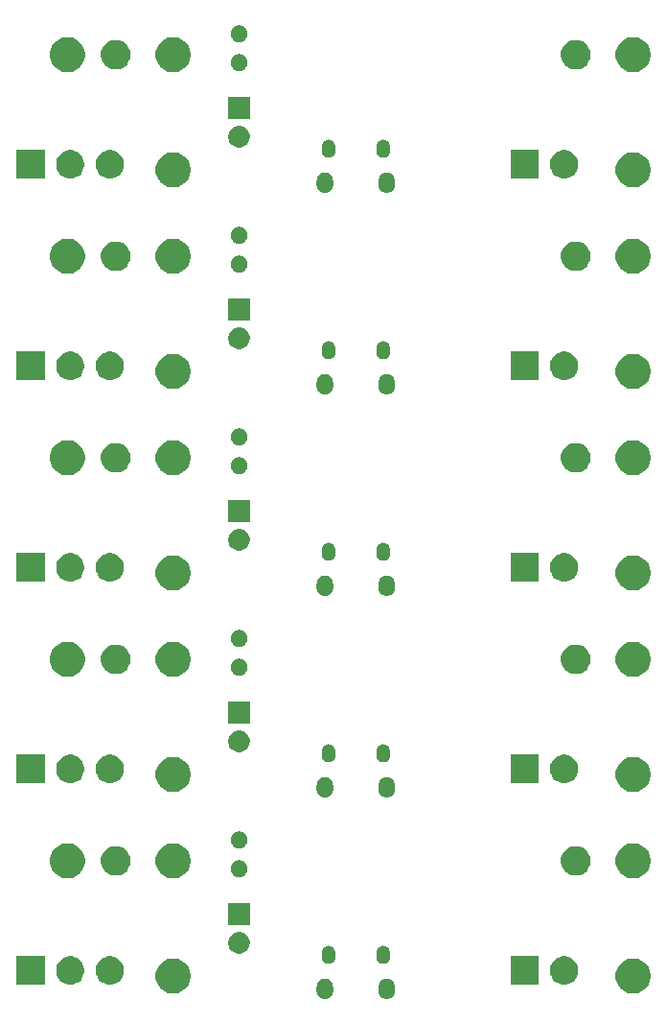
<source format=gbr>
G04 #@! TF.GenerationSoftware,KiCad,Pcbnew,5.1.5-52549c5~86~ubuntu18.04.1*
G04 #@! TF.CreationDate,2020-09-17T20:37:07-05:00*
G04 #@! TF.ProjectId,,58585858-5858-4585-9858-585858585858,rev?*
G04 #@! TF.SameCoordinates,Original*
G04 #@! TF.FileFunction,Soldermask,Bot*
G04 #@! TF.FilePolarity,Negative*
%FSLAX46Y46*%
G04 Gerber Fmt 4.6, Leading zero omitted, Abs format (unit mm)*
G04 Created by KiCad (PCBNEW 5.1.5-52549c5~86~ubuntu18.04.1) date 2020-09-17 20:37:07*
%MOMM*%
%LPD*%
G04 APERTURE LIST*
%ADD10C,0.100000*%
G04 APERTURE END LIST*
D10*
G36*
X82730320Y-112187705D02*
G01*
X82867171Y-112229219D01*
X82867174Y-112229220D01*
X82993293Y-112296632D01*
X83103843Y-112387358D01*
X83194568Y-112497906D01*
X83261980Y-112624025D01*
X83261980Y-112624026D01*
X83261981Y-112624028D01*
X83303495Y-112760879D01*
X83314000Y-112867541D01*
X83314000Y-113288858D01*
X83303495Y-113395520D01*
X83290185Y-113439396D01*
X83261980Y-113532376D01*
X83194568Y-113658494D01*
X83103843Y-113769043D01*
X82993294Y-113859768D01*
X82867175Y-113927180D01*
X82867172Y-113927181D01*
X82730321Y-113968695D01*
X82588000Y-113982712D01*
X82445680Y-113968695D01*
X82308829Y-113927181D01*
X82308826Y-113927180D01*
X82182707Y-113859768D01*
X82072158Y-113769043D01*
X81981432Y-113658494D01*
X81914020Y-113532375D01*
X81885815Y-113439396D01*
X81872505Y-113395521D01*
X81862000Y-113288859D01*
X81862000Y-112867542D01*
X81872505Y-112760880D01*
X81914019Y-112624029D01*
X81914020Y-112624026D01*
X81981432Y-112497907D01*
X82061446Y-112400410D01*
X82072157Y-112387358D01*
X82182705Y-112296633D01*
X82182704Y-112296633D01*
X82182706Y-112296632D01*
X82308825Y-112229220D01*
X82308828Y-112229219D01*
X82445679Y-112187705D01*
X82588000Y-112173688D01*
X82730320Y-112187705D01*
G37*
G36*
X77270320Y-112187705D02*
G01*
X77407171Y-112229219D01*
X77407174Y-112229220D01*
X77533293Y-112296632D01*
X77643843Y-112387358D01*
X77734568Y-112497906D01*
X77801980Y-112624025D01*
X77801980Y-112624026D01*
X77801981Y-112624028D01*
X77843495Y-112760879D01*
X77854000Y-112867541D01*
X77854000Y-113288858D01*
X77843495Y-113395520D01*
X77830185Y-113439396D01*
X77801980Y-113532376D01*
X77734568Y-113658494D01*
X77643843Y-113769043D01*
X77533294Y-113859768D01*
X77407175Y-113927180D01*
X77407172Y-113927181D01*
X77270321Y-113968695D01*
X77128000Y-113982712D01*
X76985680Y-113968695D01*
X76848829Y-113927181D01*
X76848826Y-113927180D01*
X76722707Y-113859768D01*
X76612158Y-113769043D01*
X76521432Y-113658494D01*
X76454020Y-113532375D01*
X76425815Y-113439396D01*
X76412505Y-113395521D01*
X76402000Y-113288859D01*
X76402000Y-112867542D01*
X76412505Y-112760880D01*
X76454019Y-112624029D01*
X76454020Y-112624026D01*
X76521432Y-112497907D01*
X76601446Y-112400410D01*
X76612157Y-112387358D01*
X76722705Y-112296633D01*
X76722704Y-112296633D01*
X76722706Y-112296632D01*
X76848825Y-112229220D01*
X76848828Y-112229219D01*
X76985679Y-112187705D01*
X77128000Y-112173688D01*
X77270320Y-112187705D01*
G37*
G36*
X104674385Y-110426802D02*
G01*
X104824210Y-110456604D01*
X105106474Y-110573521D01*
X105360505Y-110743259D01*
X105576541Y-110959295D01*
X105746279Y-111213326D01*
X105863196Y-111495590D01*
X105922800Y-111795240D01*
X105922800Y-112100760D01*
X105863196Y-112400410D01*
X105746279Y-112682674D01*
X105576541Y-112936705D01*
X105360505Y-113152741D01*
X105106474Y-113322479D01*
X104824210Y-113439396D01*
X104674385Y-113469198D01*
X104524561Y-113499000D01*
X104219039Y-113499000D01*
X104069215Y-113469198D01*
X103919390Y-113439396D01*
X103637126Y-113322479D01*
X103383095Y-113152741D01*
X103167059Y-112936705D01*
X102997321Y-112682674D01*
X102880404Y-112400410D01*
X102820800Y-112100760D01*
X102820800Y-111795240D01*
X102880404Y-111495590D01*
X102997321Y-111213326D01*
X103167059Y-110959295D01*
X103383095Y-110743259D01*
X103637126Y-110573521D01*
X103919390Y-110456604D01*
X104069215Y-110426802D01*
X104219039Y-110397000D01*
X104524561Y-110397000D01*
X104674385Y-110426802D01*
G37*
G36*
X64034385Y-110426802D02*
G01*
X64184210Y-110456604D01*
X64466474Y-110573521D01*
X64720505Y-110743259D01*
X64936541Y-110959295D01*
X65106279Y-111213326D01*
X65223196Y-111495590D01*
X65282800Y-111795240D01*
X65282800Y-112100760D01*
X65223196Y-112400410D01*
X65106279Y-112682674D01*
X64936541Y-112936705D01*
X64720505Y-113152741D01*
X64466474Y-113322479D01*
X64184210Y-113439396D01*
X64034385Y-113469198D01*
X63884561Y-113499000D01*
X63579039Y-113499000D01*
X63429215Y-113469198D01*
X63279390Y-113439396D01*
X62997126Y-113322479D01*
X62743095Y-113152741D01*
X62527059Y-112936705D01*
X62357321Y-112682674D01*
X62240404Y-112400410D01*
X62180800Y-112100760D01*
X62180800Y-111795240D01*
X62240404Y-111495590D01*
X62357321Y-111213326D01*
X62527059Y-110959295D01*
X62743095Y-110743259D01*
X62997126Y-110573521D01*
X63279390Y-110456604D01*
X63429215Y-110426802D01*
X63579039Y-110397000D01*
X63884561Y-110397000D01*
X64034385Y-110426802D01*
G37*
G36*
X96018400Y-112706200D02*
G01*
X93516400Y-112706200D01*
X93516400Y-110204200D01*
X96018400Y-110204200D01*
X96018400Y-112706200D01*
G37*
G36*
X52381200Y-112706200D02*
G01*
X49879200Y-112706200D01*
X49879200Y-110204200D01*
X52381200Y-110204200D01*
X52381200Y-112706200D01*
G37*
G36*
X54995103Y-110252275D02*
G01*
X55128955Y-110307718D01*
X55222771Y-110346578D01*
X55427666Y-110483485D01*
X55601915Y-110657734D01*
X55738822Y-110862629D01*
X55833125Y-111090297D01*
X55881200Y-111331987D01*
X55881200Y-111578413D01*
X55833125Y-111820103D01*
X55738822Y-112047771D01*
X55601915Y-112252666D01*
X55427666Y-112426915D01*
X55222771Y-112563822D01*
X55222770Y-112563823D01*
X55222769Y-112563823D01*
X54995103Y-112658125D01*
X54753414Y-112706200D01*
X54506986Y-112706200D01*
X54265297Y-112658125D01*
X54037631Y-112563823D01*
X54037630Y-112563823D01*
X54037629Y-112563822D01*
X53832734Y-112426915D01*
X53658485Y-112252666D01*
X53521578Y-112047771D01*
X53427275Y-111820103D01*
X53379200Y-111578413D01*
X53379200Y-111331987D01*
X53427275Y-111090297D01*
X53521578Y-110862629D01*
X53658485Y-110657734D01*
X53832734Y-110483485D01*
X54037629Y-110346578D01*
X54131446Y-110307718D01*
X54265297Y-110252275D01*
X54506986Y-110204200D01*
X54753414Y-110204200D01*
X54995103Y-110252275D01*
G37*
G36*
X58495103Y-110252275D02*
G01*
X58628955Y-110307718D01*
X58722771Y-110346578D01*
X58927666Y-110483485D01*
X59101915Y-110657734D01*
X59238822Y-110862629D01*
X59333125Y-111090297D01*
X59381200Y-111331987D01*
X59381200Y-111578413D01*
X59333125Y-111820103D01*
X59238822Y-112047771D01*
X59101915Y-112252666D01*
X58927666Y-112426915D01*
X58722771Y-112563822D01*
X58722770Y-112563823D01*
X58722769Y-112563823D01*
X58495103Y-112658125D01*
X58253414Y-112706200D01*
X58006986Y-112706200D01*
X57765297Y-112658125D01*
X57537631Y-112563823D01*
X57537630Y-112563823D01*
X57537629Y-112563822D01*
X57332734Y-112426915D01*
X57158485Y-112252666D01*
X57021578Y-112047771D01*
X56927275Y-111820103D01*
X56879200Y-111578413D01*
X56879200Y-111331987D01*
X56927275Y-111090297D01*
X57021578Y-110862629D01*
X57158485Y-110657734D01*
X57332734Y-110483485D01*
X57537629Y-110346578D01*
X57631446Y-110307718D01*
X57765297Y-110252275D01*
X58006986Y-110204200D01*
X58253414Y-110204200D01*
X58495103Y-110252275D01*
G37*
G36*
X98632303Y-110252275D02*
G01*
X98766155Y-110307718D01*
X98859971Y-110346578D01*
X99064866Y-110483485D01*
X99239115Y-110657734D01*
X99376022Y-110862629D01*
X99470325Y-111090297D01*
X99518400Y-111331987D01*
X99518400Y-111578413D01*
X99470325Y-111820103D01*
X99376022Y-112047771D01*
X99239115Y-112252666D01*
X99064866Y-112426915D01*
X98859971Y-112563822D01*
X98859970Y-112563823D01*
X98859969Y-112563823D01*
X98632303Y-112658125D01*
X98390614Y-112706200D01*
X98144186Y-112706200D01*
X97902497Y-112658125D01*
X97674831Y-112563823D01*
X97674830Y-112563823D01*
X97674829Y-112563822D01*
X97469934Y-112426915D01*
X97295685Y-112252666D01*
X97158778Y-112047771D01*
X97064475Y-111820103D01*
X97016400Y-111578413D01*
X97016400Y-111331987D01*
X97064475Y-111090297D01*
X97158778Y-110862629D01*
X97295685Y-110657734D01*
X97469934Y-110483485D01*
X97674829Y-110346578D01*
X97768646Y-110307718D01*
X97902497Y-110252275D01*
X98144186Y-110204200D01*
X98390614Y-110204200D01*
X98632303Y-110252275D01*
G37*
G36*
X82395817Y-109285896D02*
G01*
X82509104Y-109320262D01*
X82613511Y-109376069D01*
X82613513Y-109376070D01*
X82613512Y-109376070D01*
X82705027Y-109451173D01*
X82768711Y-109528772D01*
X82780131Y-109542688D01*
X82835938Y-109647095D01*
X82870304Y-109760382D01*
X82879000Y-109848681D01*
X82879000Y-110307718D01*
X82870304Y-110396018D01*
X82835938Y-110509305D01*
X82780131Y-110613712D01*
X82705027Y-110705227D01*
X82613512Y-110780331D01*
X82509105Y-110836138D01*
X82395818Y-110870504D01*
X82278000Y-110882107D01*
X82160183Y-110870504D01*
X82046896Y-110836138D01*
X81942489Y-110780331D01*
X81850974Y-110705227D01*
X81775869Y-110613712D01*
X81720062Y-110509305D01*
X81685696Y-110396018D01*
X81677000Y-110307719D01*
X81677000Y-109848682D01*
X81685696Y-109760383D01*
X81720062Y-109647096D01*
X81775869Y-109542689D01*
X81789338Y-109526277D01*
X81850973Y-109451173D01*
X81942487Y-109376070D01*
X81942486Y-109376070D01*
X81942488Y-109376069D01*
X82046895Y-109320262D01*
X82160182Y-109285896D01*
X82278000Y-109274293D01*
X82395817Y-109285896D01*
G37*
G36*
X77555817Y-109285896D02*
G01*
X77669104Y-109320262D01*
X77773511Y-109376069D01*
X77773513Y-109376070D01*
X77773512Y-109376070D01*
X77865027Y-109451173D01*
X77928711Y-109528772D01*
X77940131Y-109542688D01*
X77995938Y-109647095D01*
X78030304Y-109760382D01*
X78039000Y-109848681D01*
X78039000Y-110307718D01*
X78030304Y-110396018D01*
X77995938Y-110509305D01*
X77940131Y-110613712D01*
X77865027Y-110705227D01*
X77773512Y-110780331D01*
X77669105Y-110836138D01*
X77555818Y-110870504D01*
X77438000Y-110882107D01*
X77320183Y-110870504D01*
X77206896Y-110836138D01*
X77102489Y-110780331D01*
X77010974Y-110705227D01*
X76935869Y-110613712D01*
X76880062Y-110509305D01*
X76845696Y-110396018D01*
X76837000Y-110307719D01*
X76837000Y-109848682D01*
X76845696Y-109760383D01*
X76880062Y-109647096D01*
X76935869Y-109542689D01*
X76949338Y-109526277D01*
X77010973Y-109451173D01*
X77102487Y-109376070D01*
X77102486Y-109376070D01*
X77102488Y-109376069D01*
X77206895Y-109320262D01*
X77320182Y-109285896D01*
X77438000Y-109274293D01*
X77555817Y-109285896D01*
G37*
G36*
X69822595Y-108103546D02*
G01*
X69995666Y-108175234D01*
X69995667Y-108175235D01*
X70151427Y-108279310D01*
X70283890Y-108411773D01*
X70283891Y-108411775D01*
X70387966Y-108567534D01*
X70459654Y-108740605D01*
X70496200Y-108924333D01*
X70496200Y-109111667D01*
X70459654Y-109295395D01*
X70387966Y-109468466D01*
X70387965Y-109468467D01*
X70283890Y-109624227D01*
X70151427Y-109756690D01*
X70145897Y-109760385D01*
X69995666Y-109860766D01*
X69822595Y-109932454D01*
X69638867Y-109969000D01*
X69451533Y-109969000D01*
X69267805Y-109932454D01*
X69094734Y-109860766D01*
X68944503Y-109760385D01*
X68938973Y-109756690D01*
X68806510Y-109624227D01*
X68702435Y-109468467D01*
X68702434Y-109468466D01*
X68630746Y-109295395D01*
X68594200Y-109111667D01*
X68594200Y-108924333D01*
X68630746Y-108740605D01*
X68702434Y-108567534D01*
X68806509Y-108411775D01*
X68806510Y-108411773D01*
X68938973Y-108279310D01*
X69094733Y-108175235D01*
X69094734Y-108175234D01*
X69267805Y-108103546D01*
X69451533Y-108067000D01*
X69638867Y-108067000D01*
X69822595Y-108103546D01*
G37*
G36*
X70496200Y-107429000D02*
G01*
X68594200Y-107429000D01*
X68594200Y-105527000D01*
X70496200Y-105527000D01*
X70496200Y-107429000D01*
G37*
G36*
X54674385Y-100266802D02*
G01*
X54824210Y-100296604D01*
X55106474Y-100413521D01*
X55360505Y-100583259D01*
X55576541Y-100799295D01*
X55746279Y-101053326D01*
X55863196Y-101335590D01*
X55922800Y-101635240D01*
X55922800Y-101940760D01*
X55863196Y-102240410D01*
X55746279Y-102522674D01*
X55576541Y-102776705D01*
X55360505Y-102992741D01*
X55106474Y-103162479D01*
X54824210Y-103279396D01*
X54674385Y-103309198D01*
X54524561Y-103339000D01*
X54219039Y-103339000D01*
X54069215Y-103309198D01*
X53919390Y-103279396D01*
X53637126Y-103162479D01*
X53383095Y-102992741D01*
X53167059Y-102776705D01*
X52997321Y-102522674D01*
X52880404Y-102240410D01*
X52820800Y-101940760D01*
X52820800Y-101635240D01*
X52880404Y-101335590D01*
X52997321Y-101053326D01*
X53167059Y-100799295D01*
X53383095Y-100583259D01*
X53637126Y-100413521D01*
X53919390Y-100296604D01*
X54069215Y-100266802D01*
X54219039Y-100237000D01*
X54524561Y-100237000D01*
X54674385Y-100266802D01*
G37*
G36*
X104674385Y-100266802D02*
G01*
X104824210Y-100296604D01*
X105106474Y-100413521D01*
X105360505Y-100583259D01*
X105576541Y-100799295D01*
X105746279Y-101053326D01*
X105863196Y-101335590D01*
X105922800Y-101635240D01*
X105922800Y-101940760D01*
X105863196Y-102240410D01*
X105746279Y-102522674D01*
X105576541Y-102776705D01*
X105360505Y-102992741D01*
X105106474Y-103162479D01*
X104824210Y-103279396D01*
X104674385Y-103309198D01*
X104524561Y-103339000D01*
X104219039Y-103339000D01*
X104069215Y-103309198D01*
X103919390Y-103279396D01*
X103637126Y-103162479D01*
X103383095Y-102992741D01*
X103167059Y-102776705D01*
X102997321Y-102522674D01*
X102880404Y-102240410D01*
X102820800Y-101940760D01*
X102820800Y-101635240D01*
X102880404Y-101335590D01*
X102997321Y-101053326D01*
X103167059Y-100799295D01*
X103383095Y-100583259D01*
X103637126Y-100413521D01*
X103919390Y-100296604D01*
X104069215Y-100266802D01*
X104219039Y-100237000D01*
X104524561Y-100237000D01*
X104674385Y-100266802D01*
G37*
G36*
X64034385Y-100266802D02*
G01*
X64184210Y-100296604D01*
X64466474Y-100413521D01*
X64720505Y-100583259D01*
X64936541Y-100799295D01*
X65106279Y-101053326D01*
X65223196Y-101335590D01*
X65282800Y-101635240D01*
X65282800Y-101940760D01*
X65223196Y-102240410D01*
X65106279Y-102522674D01*
X64936541Y-102776705D01*
X64720505Y-102992741D01*
X64466474Y-103162479D01*
X64184210Y-103279396D01*
X64034385Y-103309198D01*
X63884561Y-103339000D01*
X63579039Y-103339000D01*
X63429215Y-103309198D01*
X63279390Y-103279396D01*
X62997126Y-103162479D01*
X62743095Y-102992741D01*
X62527059Y-102776705D01*
X62357321Y-102522674D01*
X62240404Y-102240410D01*
X62180800Y-101940760D01*
X62180800Y-101635240D01*
X62240404Y-101335590D01*
X62357321Y-101053326D01*
X62527059Y-100799295D01*
X62743095Y-100583259D01*
X62997126Y-100413521D01*
X63279390Y-100296604D01*
X63429215Y-100266802D01*
X63579039Y-100237000D01*
X63884561Y-100237000D01*
X64034385Y-100266802D01*
G37*
G36*
X69764259Y-101755860D02*
G01*
X69900932Y-101812472D01*
X70023935Y-101894660D01*
X70128540Y-101999265D01*
X70128541Y-101999267D01*
X70210729Y-102122270D01*
X70267340Y-102258941D01*
X70296200Y-102404032D01*
X70296200Y-102551968D01*
X70267340Y-102697059D01*
X70234350Y-102776705D01*
X70210728Y-102833732D01*
X70128540Y-102956735D01*
X70023935Y-103061340D01*
X69900932Y-103143528D01*
X69900931Y-103143529D01*
X69900930Y-103143529D01*
X69764259Y-103200140D01*
X69619168Y-103229000D01*
X69471232Y-103229000D01*
X69326141Y-103200140D01*
X69189470Y-103143529D01*
X69189469Y-103143529D01*
X69189468Y-103143528D01*
X69066465Y-103061340D01*
X68961860Y-102956735D01*
X68879672Y-102833732D01*
X68856051Y-102776705D01*
X68823060Y-102697059D01*
X68794200Y-102551968D01*
X68794200Y-102404032D01*
X68823060Y-102258941D01*
X68879671Y-102122270D01*
X68961859Y-101999267D01*
X68961860Y-101999265D01*
X69066465Y-101894660D01*
X69189468Y-101812472D01*
X69326141Y-101755860D01*
X69471232Y-101727000D01*
X69619168Y-101727000D01*
X69764259Y-101755860D01*
G37*
G36*
X59031193Y-100537304D02*
G01*
X59267901Y-100635352D01*
X59267903Y-100635353D01*
X59480935Y-100777696D01*
X59662104Y-100958865D01*
X59804447Y-101171897D01*
X59804448Y-101171899D01*
X59902496Y-101408607D01*
X59952480Y-101659893D01*
X59952480Y-101916107D01*
X59902496Y-102167393D01*
X59804476Y-102404033D01*
X59804447Y-102404103D01*
X59662104Y-102617135D01*
X59480935Y-102798304D01*
X59267903Y-102940647D01*
X59267902Y-102940648D01*
X59267901Y-102940648D01*
X59031193Y-103038696D01*
X58779907Y-103088680D01*
X58523693Y-103088680D01*
X58272407Y-103038696D01*
X58035699Y-102940648D01*
X58035698Y-102940648D01*
X58035697Y-102940647D01*
X57822665Y-102798304D01*
X57641496Y-102617135D01*
X57499153Y-102404103D01*
X57499124Y-102404033D01*
X57401104Y-102167393D01*
X57351120Y-101916107D01*
X57351120Y-101659893D01*
X57401104Y-101408607D01*
X57499152Y-101171899D01*
X57499153Y-101171897D01*
X57641496Y-100958865D01*
X57822665Y-100777696D01*
X58035697Y-100635353D01*
X58035699Y-100635352D01*
X58272407Y-100537304D01*
X58523693Y-100487320D01*
X58779907Y-100487320D01*
X59031193Y-100537304D01*
G37*
G36*
X99671193Y-100537304D02*
G01*
X99907901Y-100635352D01*
X99907903Y-100635353D01*
X100120935Y-100777696D01*
X100302104Y-100958865D01*
X100444447Y-101171897D01*
X100444448Y-101171899D01*
X100542496Y-101408607D01*
X100592480Y-101659893D01*
X100592480Y-101916107D01*
X100542496Y-102167393D01*
X100444476Y-102404033D01*
X100444447Y-102404103D01*
X100302104Y-102617135D01*
X100120935Y-102798304D01*
X99907903Y-102940647D01*
X99907902Y-102940648D01*
X99907901Y-102940648D01*
X99671193Y-103038696D01*
X99419907Y-103088680D01*
X99163693Y-103088680D01*
X98912407Y-103038696D01*
X98675699Y-102940648D01*
X98675698Y-102940648D01*
X98675697Y-102940647D01*
X98462665Y-102798304D01*
X98281496Y-102617135D01*
X98139153Y-102404103D01*
X98139124Y-102404033D01*
X98041104Y-102167393D01*
X97991120Y-101916107D01*
X97991120Y-101659893D01*
X98041104Y-101408607D01*
X98139152Y-101171899D01*
X98139153Y-101171897D01*
X98281496Y-100958865D01*
X98462665Y-100777696D01*
X98675697Y-100635353D01*
X98675699Y-100635352D01*
X98912407Y-100537304D01*
X99163693Y-100487320D01*
X99419907Y-100487320D01*
X99671193Y-100537304D01*
G37*
G36*
X69764259Y-99215860D02*
G01*
X69900932Y-99272472D01*
X70023935Y-99354660D01*
X70128540Y-99459265D01*
X70210728Y-99582268D01*
X70267340Y-99718941D01*
X70296200Y-99864033D01*
X70296200Y-100011967D01*
X70267340Y-100157059D01*
X70210728Y-100293732D01*
X70128540Y-100416735D01*
X70023935Y-100521340D01*
X69900932Y-100603528D01*
X69900931Y-100603529D01*
X69900930Y-100603529D01*
X69764259Y-100660140D01*
X69619168Y-100689000D01*
X69471232Y-100689000D01*
X69326141Y-100660140D01*
X69189470Y-100603529D01*
X69189469Y-100603529D01*
X69189468Y-100603528D01*
X69066465Y-100521340D01*
X68961860Y-100416735D01*
X68879672Y-100293732D01*
X68823060Y-100157059D01*
X68794200Y-100011967D01*
X68794200Y-99864033D01*
X68823060Y-99718941D01*
X68879672Y-99582268D01*
X68961860Y-99459265D01*
X69066465Y-99354660D01*
X69189468Y-99272472D01*
X69326141Y-99215860D01*
X69471232Y-99187000D01*
X69619168Y-99187000D01*
X69764259Y-99215860D01*
G37*
G36*
X82730320Y-94407705D02*
G01*
X82867171Y-94449219D01*
X82867174Y-94449220D01*
X82993293Y-94516632D01*
X83103843Y-94607358D01*
X83194568Y-94717906D01*
X83261980Y-94844025D01*
X83261980Y-94844026D01*
X83261981Y-94844028D01*
X83303495Y-94980879D01*
X83314000Y-95087541D01*
X83314000Y-95508858D01*
X83303495Y-95615520D01*
X83290185Y-95659396D01*
X83261980Y-95752376D01*
X83194568Y-95878494D01*
X83103843Y-95989043D01*
X82993294Y-96079768D01*
X82867175Y-96147180D01*
X82867172Y-96147181D01*
X82730321Y-96188695D01*
X82588000Y-96202712D01*
X82445680Y-96188695D01*
X82308829Y-96147181D01*
X82308826Y-96147180D01*
X82182707Y-96079768D01*
X82072158Y-95989043D01*
X81981432Y-95878494D01*
X81914020Y-95752375D01*
X81885815Y-95659396D01*
X81872505Y-95615521D01*
X81862000Y-95508859D01*
X81862000Y-95087542D01*
X81872505Y-94980880D01*
X81914019Y-94844029D01*
X81914020Y-94844026D01*
X81981432Y-94717907D01*
X82061446Y-94620410D01*
X82072157Y-94607358D01*
X82182705Y-94516633D01*
X82182704Y-94516633D01*
X82182706Y-94516632D01*
X82308825Y-94449220D01*
X82308828Y-94449219D01*
X82445679Y-94407705D01*
X82588000Y-94393688D01*
X82730320Y-94407705D01*
G37*
G36*
X77270320Y-94407705D02*
G01*
X77407171Y-94449219D01*
X77407174Y-94449220D01*
X77533293Y-94516632D01*
X77643843Y-94607358D01*
X77734568Y-94717906D01*
X77801980Y-94844025D01*
X77801980Y-94844026D01*
X77801981Y-94844028D01*
X77843495Y-94980879D01*
X77854000Y-95087541D01*
X77854000Y-95508858D01*
X77843495Y-95615520D01*
X77830185Y-95659396D01*
X77801980Y-95752376D01*
X77734568Y-95878494D01*
X77643843Y-95989043D01*
X77533294Y-96079768D01*
X77407175Y-96147180D01*
X77407172Y-96147181D01*
X77270321Y-96188695D01*
X77128000Y-96202712D01*
X76985680Y-96188695D01*
X76848829Y-96147181D01*
X76848826Y-96147180D01*
X76722707Y-96079768D01*
X76612158Y-95989043D01*
X76521432Y-95878494D01*
X76454020Y-95752375D01*
X76425815Y-95659396D01*
X76412505Y-95615521D01*
X76402000Y-95508859D01*
X76402000Y-95087542D01*
X76412505Y-94980880D01*
X76454019Y-94844029D01*
X76454020Y-94844026D01*
X76521432Y-94717907D01*
X76601446Y-94620410D01*
X76612157Y-94607358D01*
X76722705Y-94516633D01*
X76722704Y-94516633D01*
X76722706Y-94516632D01*
X76848825Y-94449220D01*
X76848828Y-94449219D01*
X76985679Y-94407705D01*
X77128000Y-94393688D01*
X77270320Y-94407705D01*
G37*
G36*
X104674385Y-92646802D02*
G01*
X104824210Y-92676604D01*
X105106474Y-92793521D01*
X105360505Y-92963259D01*
X105576541Y-93179295D01*
X105746279Y-93433326D01*
X105863196Y-93715590D01*
X105922800Y-94015240D01*
X105922800Y-94320760D01*
X105863196Y-94620410D01*
X105746279Y-94902674D01*
X105576541Y-95156705D01*
X105360505Y-95372741D01*
X105106474Y-95542479D01*
X104824210Y-95659396D01*
X104674385Y-95689198D01*
X104524561Y-95719000D01*
X104219039Y-95719000D01*
X104069215Y-95689198D01*
X103919390Y-95659396D01*
X103637126Y-95542479D01*
X103383095Y-95372741D01*
X103167059Y-95156705D01*
X102997321Y-94902674D01*
X102880404Y-94620410D01*
X102820800Y-94320760D01*
X102820800Y-94015240D01*
X102880404Y-93715590D01*
X102997321Y-93433326D01*
X103167059Y-93179295D01*
X103383095Y-92963259D01*
X103637126Y-92793521D01*
X103919390Y-92676604D01*
X104069215Y-92646802D01*
X104219039Y-92617000D01*
X104524561Y-92617000D01*
X104674385Y-92646802D01*
G37*
G36*
X64034385Y-92646802D02*
G01*
X64184210Y-92676604D01*
X64466474Y-92793521D01*
X64720505Y-92963259D01*
X64936541Y-93179295D01*
X65106279Y-93433326D01*
X65223196Y-93715590D01*
X65282800Y-94015240D01*
X65282800Y-94320760D01*
X65223196Y-94620410D01*
X65106279Y-94902674D01*
X64936541Y-95156705D01*
X64720505Y-95372741D01*
X64466474Y-95542479D01*
X64184210Y-95659396D01*
X64034385Y-95689198D01*
X63884561Y-95719000D01*
X63579039Y-95719000D01*
X63429215Y-95689198D01*
X63279390Y-95659396D01*
X62997126Y-95542479D01*
X62743095Y-95372741D01*
X62527059Y-95156705D01*
X62357321Y-94902674D01*
X62240404Y-94620410D01*
X62180800Y-94320760D01*
X62180800Y-94015240D01*
X62240404Y-93715590D01*
X62357321Y-93433326D01*
X62527059Y-93179295D01*
X62743095Y-92963259D01*
X62997126Y-92793521D01*
X63279390Y-92676604D01*
X63429215Y-92646802D01*
X63579039Y-92617000D01*
X63884561Y-92617000D01*
X64034385Y-92646802D01*
G37*
G36*
X98632303Y-92472275D02*
G01*
X98766155Y-92527718D01*
X98859971Y-92566578D01*
X99064866Y-92703485D01*
X99239115Y-92877734D01*
X99376022Y-93082629D01*
X99470325Y-93310297D01*
X99518400Y-93551987D01*
X99518400Y-93798413D01*
X99470325Y-94040103D01*
X99376022Y-94267771D01*
X99239115Y-94472666D01*
X99064866Y-94646915D01*
X98859971Y-94783822D01*
X98859970Y-94783823D01*
X98859969Y-94783823D01*
X98632303Y-94878125D01*
X98390614Y-94926200D01*
X98144186Y-94926200D01*
X97902497Y-94878125D01*
X97674831Y-94783823D01*
X97674830Y-94783823D01*
X97674829Y-94783822D01*
X97469934Y-94646915D01*
X97295685Y-94472666D01*
X97158778Y-94267771D01*
X97064475Y-94040103D01*
X97016400Y-93798413D01*
X97016400Y-93551987D01*
X97064475Y-93310297D01*
X97158778Y-93082629D01*
X97295685Y-92877734D01*
X97469934Y-92703485D01*
X97674829Y-92566578D01*
X97768646Y-92527718D01*
X97902497Y-92472275D01*
X98144186Y-92424200D01*
X98390614Y-92424200D01*
X98632303Y-92472275D01*
G37*
G36*
X52381200Y-94926200D02*
G01*
X49879200Y-94926200D01*
X49879200Y-92424200D01*
X52381200Y-92424200D01*
X52381200Y-94926200D01*
G37*
G36*
X54995103Y-92472275D02*
G01*
X55128955Y-92527718D01*
X55222771Y-92566578D01*
X55427666Y-92703485D01*
X55601915Y-92877734D01*
X55738822Y-93082629D01*
X55833125Y-93310297D01*
X55881200Y-93551987D01*
X55881200Y-93798413D01*
X55833125Y-94040103D01*
X55738822Y-94267771D01*
X55601915Y-94472666D01*
X55427666Y-94646915D01*
X55222771Y-94783822D01*
X55222770Y-94783823D01*
X55222769Y-94783823D01*
X54995103Y-94878125D01*
X54753414Y-94926200D01*
X54506986Y-94926200D01*
X54265297Y-94878125D01*
X54037631Y-94783823D01*
X54037630Y-94783823D01*
X54037629Y-94783822D01*
X53832734Y-94646915D01*
X53658485Y-94472666D01*
X53521578Y-94267771D01*
X53427275Y-94040103D01*
X53379200Y-93798413D01*
X53379200Y-93551987D01*
X53427275Y-93310297D01*
X53521578Y-93082629D01*
X53658485Y-92877734D01*
X53832734Y-92703485D01*
X54037629Y-92566578D01*
X54131446Y-92527718D01*
X54265297Y-92472275D01*
X54506986Y-92424200D01*
X54753414Y-92424200D01*
X54995103Y-92472275D01*
G37*
G36*
X58495103Y-92472275D02*
G01*
X58628955Y-92527718D01*
X58722771Y-92566578D01*
X58927666Y-92703485D01*
X59101915Y-92877734D01*
X59238822Y-93082629D01*
X59333125Y-93310297D01*
X59381200Y-93551987D01*
X59381200Y-93798413D01*
X59333125Y-94040103D01*
X59238822Y-94267771D01*
X59101915Y-94472666D01*
X58927666Y-94646915D01*
X58722771Y-94783822D01*
X58722770Y-94783823D01*
X58722769Y-94783823D01*
X58495103Y-94878125D01*
X58253414Y-94926200D01*
X58006986Y-94926200D01*
X57765297Y-94878125D01*
X57537631Y-94783823D01*
X57537630Y-94783823D01*
X57537629Y-94783822D01*
X57332734Y-94646915D01*
X57158485Y-94472666D01*
X57021578Y-94267771D01*
X56927275Y-94040103D01*
X56879200Y-93798413D01*
X56879200Y-93551987D01*
X56927275Y-93310297D01*
X57021578Y-93082629D01*
X57158485Y-92877734D01*
X57332734Y-92703485D01*
X57537629Y-92566578D01*
X57631446Y-92527718D01*
X57765297Y-92472275D01*
X58006986Y-92424200D01*
X58253414Y-92424200D01*
X58495103Y-92472275D01*
G37*
G36*
X96018400Y-94926200D02*
G01*
X93516400Y-94926200D01*
X93516400Y-92424200D01*
X96018400Y-92424200D01*
X96018400Y-94926200D01*
G37*
G36*
X77555817Y-91505896D02*
G01*
X77669104Y-91540262D01*
X77773511Y-91596069D01*
X77773513Y-91596070D01*
X77773512Y-91596070D01*
X77865027Y-91671173D01*
X77928711Y-91748772D01*
X77940131Y-91762688D01*
X77995938Y-91867095D01*
X78030304Y-91980382D01*
X78039000Y-92068681D01*
X78039000Y-92527718D01*
X78030304Y-92616018D01*
X77995938Y-92729305D01*
X77940131Y-92833712D01*
X77865027Y-92925227D01*
X77773512Y-93000331D01*
X77669105Y-93056138D01*
X77555818Y-93090504D01*
X77438000Y-93102107D01*
X77320183Y-93090504D01*
X77206896Y-93056138D01*
X77102489Y-93000331D01*
X77010974Y-92925227D01*
X76935869Y-92833712D01*
X76880062Y-92729305D01*
X76845696Y-92616018D01*
X76837000Y-92527719D01*
X76837000Y-92068682D01*
X76845696Y-91980383D01*
X76880062Y-91867096D01*
X76935869Y-91762689D01*
X76949338Y-91746277D01*
X77010973Y-91671173D01*
X77102487Y-91596070D01*
X77102486Y-91596070D01*
X77102488Y-91596069D01*
X77206895Y-91540262D01*
X77320182Y-91505896D01*
X77438000Y-91494293D01*
X77555817Y-91505896D01*
G37*
G36*
X82395817Y-91505896D02*
G01*
X82509104Y-91540262D01*
X82613511Y-91596069D01*
X82613513Y-91596070D01*
X82613512Y-91596070D01*
X82705027Y-91671173D01*
X82768711Y-91748772D01*
X82780131Y-91762688D01*
X82835938Y-91867095D01*
X82870304Y-91980382D01*
X82879000Y-92068681D01*
X82879000Y-92527718D01*
X82870304Y-92616018D01*
X82835938Y-92729305D01*
X82780131Y-92833712D01*
X82705027Y-92925227D01*
X82613512Y-93000331D01*
X82509105Y-93056138D01*
X82395818Y-93090504D01*
X82278000Y-93102107D01*
X82160183Y-93090504D01*
X82046896Y-93056138D01*
X81942489Y-93000331D01*
X81850974Y-92925227D01*
X81775869Y-92833712D01*
X81720062Y-92729305D01*
X81685696Y-92616018D01*
X81677000Y-92527719D01*
X81677000Y-92068682D01*
X81685696Y-91980383D01*
X81720062Y-91867096D01*
X81775869Y-91762689D01*
X81789338Y-91746277D01*
X81850973Y-91671173D01*
X81942487Y-91596070D01*
X81942486Y-91596070D01*
X81942488Y-91596069D01*
X82046895Y-91540262D01*
X82160182Y-91505896D01*
X82278000Y-91494293D01*
X82395817Y-91505896D01*
G37*
G36*
X69822595Y-90323546D02*
G01*
X69995666Y-90395234D01*
X69995667Y-90395235D01*
X70151427Y-90499310D01*
X70283890Y-90631773D01*
X70283891Y-90631775D01*
X70387966Y-90787534D01*
X70459654Y-90960605D01*
X70496200Y-91144333D01*
X70496200Y-91331667D01*
X70459654Y-91515395D01*
X70387966Y-91688466D01*
X70387965Y-91688467D01*
X70283890Y-91844227D01*
X70151427Y-91976690D01*
X70145897Y-91980385D01*
X69995666Y-92080766D01*
X69822595Y-92152454D01*
X69638867Y-92189000D01*
X69451533Y-92189000D01*
X69267805Y-92152454D01*
X69094734Y-92080766D01*
X68944503Y-91980385D01*
X68938973Y-91976690D01*
X68806510Y-91844227D01*
X68702435Y-91688467D01*
X68702434Y-91688466D01*
X68630746Y-91515395D01*
X68594200Y-91331667D01*
X68594200Y-91144333D01*
X68630746Y-90960605D01*
X68702434Y-90787534D01*
X68806509Y-90631775D01*
X68806510Y-90631773D01*
X68938973Y-90499310D01*
X69094733Y-90395235D01*
X69094734Y-90395234D01*
X69267805Y-90323546D01*
X69451533Y-90287000D01*
X69638867Y-90287000D01*
X69822595Y-90323546D01*
G37*
G36*
X70496200Y-89649000D02*
G01*
X68594200Y-89649000D01*
X68594200Y-87747000D01*
X70496200Y-87747000D01*
X70496200Y-89649000D01*
G37*
G36*
X54674385Y-82486802D02*
G01*
X54824210Y-82516604D01*
X55106474Y-82633521D01*
X55360505Y-82803259D01*
X55576541Y-83019295D01*
X55746279Y-83273326D01*
X55863196Y-83555590D01*
X55922800Y-83855240D01*
X55922800Y-84160760D01*
X55863196Y-84460410D01*
X55746279Y-84742674D01*
X55576541Y-84996705D01*
X55360505Y-85212741D01*
X55106474Y-85382479D01*
X54824210Y-85499396D01*
X54674385Y-85529198D01*
X54524561Y-85559000D01*
X54219039Y-85559000D01*
X54069215Y-85529198D01*
X53919390Y-85499396D01*
X53637126Y-85382479D01*
X53383095Y-85212741D01*
X53167059Y-84996705D01*
X52997321Y-84742674D01*
X52880404Y-84460410D01*
X52820800Y-84160760D01*
X52820800Y-83855240D01*
X52880404Y-83555590D01*
X52997321Y-83273326D01*
X53167059Y-83019295D01*
X53383095Y-82803259D01*
X53637126Y-82633521D01*
X53919390Y-82516604D01*
X54069215Y-82486802D01*
X54219039Y-82457000D01*
X54524561Y-82457000D01*
X54674385Y-82486802D01*
G37*
G36*
X64034385Y-82486802D02*
G01*
X64184210Y-82516604D01*
X64466474Y-82633521D01*
X64720505Y-82803259D01*
X64936541Y-83019295D01*
X65106279Y-83273326D01*
X65223196Y-83555590D01*
X65282800Y-83855240D01*
X65282800Y-84160760D01*
X65223196Y-84460410D01*
X65106279Y-84742674D01*
X64936541Y-84996705D01*
X64720505Y-85212741D01*
X64466474Y-85382479D01*
X64184210Y-85499396D01*
X64034385Y-85529198D01*
X63884561Y-85559000D01*
X63579039Y-85559000D01*
X63429215Y-85529198D01*
X63279390Y-85499396D01*
X62997126Y-85382479D01*
X62743095Y-85212741D01*
X62527059Y-84996705D01*
X62357321Y-84742674D01*
X62240404Y-84460410D01*
X62180800Y-84160760D01*
X62180800Y-83855240D01*
X62240404Y-83555590D01*
X62357321Y-83273326D01*
X62527059Y-83019295D01*
X62743095Y-82803259D01*
X62997126Y-82633521D01*
X63279390Y-82516604D01*
X63429215Y-82486802D01*
X63579039Y-82457000D01*
X63884561Y-82457000D01*
X64034385Y-82486802D01*
G37*
G36*
X104674385Y-82486802D02*
G01*
X104824210Y-82516604D01*
X105106474Y-82633521D01*
X105360505Y-82803259D01*
X105576541Y-83019295D01*
X105746279Y-83273326D01*
X105863196Y-83555590D01*
X105922800Y-83855240D01*
X105922800Y-84160760D01*
X105863196Y-84460410D01*
X105746279Y-84742674D01*
X105576541Y-84996705D01*
X105360505Y-85212741D01*
X105106474Y-85382479D01*
X104824210Y-85499396D01*
X104674385Y-85529198D01*
X104524561Y-85559000D01*
X104219039Y-85559000D01*
X104069215Y-85529198D01*
X103919390Y-85499396D01*
X103637126Y-85382479D01*
X103383095Y-85212741D01*
X103167059Y-84996705D01*
X102997321Y-84742674D01*
X102880404Y-84460410D01*
X102820800Y-84160760D01*
X102820800Y-83855240D01*
X102880404Y-83555590D01*
X102997321Y-83273326D01*
X103167059Y-83019295D01*
X103383095Y-82803259D01*
X103637126Y-82633521D01*
X103919390Y-82516604D01*
X104069215Y-82486802D01*
X104219039Y-82457000D01*
X104524561Y-82457000D01*
X104674385Y-82486802D01*
G37*
G36*
X69764259Y-83975860D02*
G01*
X69900932Y-84032472D01*
X70023935Y-84114660D01*
X70128540Y-84219265D01*
X70128541Y-84219267D01*
X70210729Y-84342270D01*
X70267340Y-84478941D01*
X70296200Y-84624032D01*
X70296200Y-84771968D01*
X70267340Y-84917059D01*
X70234350Y-84996705D01*
X70210728Y-85053732D01*
X70128540Y-85176735D01*
X70023935Y-85281340D01*
X69900932Y-85363528D01*
X69900931Y-85363529D01*
X69900930Y-85363529D01*
X69764259Y-85420140D01*
X69619168Y-85449000D01*
X69471232Y-85449000D01*
X69326141Y-85420140D01*
X69189470Y-85363529D01*
X69189469Y-85363529D01*
X69189468Y-85363528D01*
X69066465Y-85281340D01*
X68961860Y-85176735D01*
X68879672Y-85053732D01*
X68856051Y-84996705D01*
X68823060Y-84917059D01*
X68794200Y-84771968D01*
X68794200Y-84624032D01*
X68823060Y-84478941D01*
X68879671Y-84342270D01*
X68961859Y-84219267D01*
X68961860Y-84219265D01*
X69066465Y-84114660D01*
X69189468Y-84032472D01*
X69326141Y-83975860D01*
X69471232Y-83947000D01*
X69619168Y-83947000D01*
X69764259Y-83975860D01*
G37*
G36*
X59031193Y-82757304D02*
G01*
X59267901Y-82855352D01*
X59267903Y-82855353D01*
X59480935Y-82997696D01*
X59662104Y-83178865D01*
X59804447Y-83391897D01*
X59804448Y-83391899D01*
X59902496Y-83628607D01*
X59952480Y-83879893D01*
X59952480Y-84136107D01*
X59902496Y-84387393D01*
X59804476Y-84624033D01*
X59804447Y-84624103D01*
X59662104Y-84837135D01*
X59480935Y-85018304D01*
X59267903Y-85160647D01*
X59267902Y-85160648D01*
X59267901Y-85160648D01*
X59031193Y-85258696D01*
X58779907Y-85308680D01*
X58523693Y-85308680D01*
X58272407Y-85258696D01*
X58035699Y-85160648D01*
X58035698Y-85160648D01*
X58035697Y-85160647D01*
X57822665Y-85018304D01*
X57641496Y-84837135D01*
X57499153Y-84624103D01*
X57499124Y-84624033D01*
X57401104Y-84387393D01*
X57351120Y-84136107D01*
X57351120Y-83879893D01*
X57401104Y-83628607D01*
X57499152Y-83391899D01*
X57499153Y-83391897D01*
X57641496Y-83178865D01*
X57822665Y-82997696D01*
X58035697Y-82855353D01*
X58035699Y-82855352D01*
X58272407Y-82757304D01*
X58523693Y-82707320D01*
X58779907Y-82707320D01*
X59031193Y-82757304D01*
G37*
G36*
X99671193Y-82757304D02*
G01*
X99907901Y-82855352D01*
X99907903Y-82855353D01*
X100120935Y-82997696D01*
X100302104Y-83178865D01*
X100444447Y-83391897D01*
X100444448Y-83391899D01*
X100542496Y-83628607D01*
X100592480Y-83879893D01*
X100592480Y-84136107D01*
X100542496Y-84387393D01*
X100444476Y-84624033D01*
X100444447Y-84624103D01*
X100302104Y-84837135D01*
X100120935Y-85018304D01*
X99907903Y-85160647D01*
X99907902Y-85160648D01*
X99907901Y-85160648D01*
X99671193Y-85258696D01*
X99419907Y-85308680D01*
X99163693Y-85308680D01*
X98912407Y-85258696D01*
X98675699Y-85160648D01*
X98675698Y-85160648D01*
X98675697Y-85160647D01*
X98462665Y-85018304D01*
X98281496Y-84837135D01*
X98139153Y-84624103D01*
X98139124Y-84624033D01*
X98041104Y-84387393D01*
X97991120Y-84136107D01*
X97991120Y-83879893D01*
X98041104Y-83628607D01*
X98139152Y-83391899D01*
X98139153Y-83391897D01*
X98281496Y-83178865D01*
X98462665Y-82997696D01*
X98675697Y-82855353D01*
X98675699Y-82855352D01*
X98912407Y-82757304D01*
X99163693Y-82707320D01*
X99419907Y-82707320D01*
X99671193Y-82757304D01*
G37*
G36*
X69764259Y-81435860D02*
G01*
X69900932Y-81492472D01*
X70023935Y-81574660D01*
X70128540Y-81679265D01*
X70210728Y-81802268D01*
X70267340Y-81938941D01*
X70296200Y-82084033D01*
X70296200Y-82231967D01*
X70267340Y-82377059D01*
X70210728Y-82513732D01*
X70128540Y-82636735D01*
X70023935Y-82741340D01*
X69900932Y-82823528D01*
X69900931Y-82823529D01*
X69900930Y-82823529D01*
X69764259Y-82880140D01*
X69619168Y-82909000D01*
X69471232Y-82909000D01*
X69326141Y-82880140D01*
X69189470Y-82823529D01*
X69189469Y-82823529D01*
X69189468Y-82823528D01*
X69066465Y-82741340D01*
X68961860Y-82636735D01*
X68879672Y-82513732D01*
X68823060Y-82377059D01*
X68794200Y-82231967D01*
X68794200Y-82084033D01*
X68823060Y-81938941D01*
X68879672Y-81802268D01*
X68961860Y-81679265D01*
X69066465Y-81574660D01*
X69189468Y-81492472D01*
X69326141Y-81435860D01*
X69471232Y-81407000D01*
X69619168Y-81407000D01*
X69764259Y-81435860D01*
G37*
G36*
X77270320Y-76627705D02*
G01*
X77407171Y-76669219D01*
X77407174Y-76669220D01*
X77533293Y-76736632D01*
X77643843Y-76827358D01*
X77734568Y-76937906D01*
X77801980Y-77064025D01*
X77801980Y-77064026D01*
X77801981Y-77064028D01*
X77843495Y-77200879D01*
X77854000Y-77307541D01*
X77854000Y-77728858D01*
X77843495Y-77835520D01*
X77830185Y-77879396D01*
X77801980Y-77972376D01*
X77734568Y-78098494D01*
X77643843Y-78209043D01*
X77533294Y-78299768D01*
X77407175Y-78367180D01*
X77407172Y-78367181D01*
X77270321Y-78408695D01*
X77128000Y-78422712D01*
X76985680Y-78408695D01*
X76848829Y-78367181D01*
X76848826Y-78367180D01*
X76722707Y-78299768D01*
X76612158Y-78209043D01*
X76521432Y-78098494D01*
X76454020Y-77972375D01*
X76425815Y-77879396D01*
X76412505Y-77835521D01*
X76402000Y-77728859D01*
X76402000Y-77307542D01*
X76412505Y-77200880D01*
X76454019Y-77064029D01*
X76454020Y-77064026D01*
X76521432Y-76937907D01*
X76601446Y-76840410D01*
X76612157Y-76827358D01*
X76722705Y-76736633D01*
X76722704Y-76736633D01*
X76722706Y-76736632D01*
X76848825Y-76669220D01*
X76848828Y-76669219D01*
X76985679Y-76627705D01*
X77128000Y-76613688D01*
X77270320Y-76627705D01*
G37*
G36*
X82730320Y-76627705D02*
G01*
X82867171Y-76669219D01*
X82867174Y-76669220D01*
X82993293Y-76736632D01*
X83103843Y-76827358D01*
X83194568Y-76937906D01*
X83261980Y-77064025D01*
X83261980Y-77064026D01*
X83261981Y-77064028D01*
X83303495Y-77200879D01*
X83314000Y-77307541D01*
X83314000Y-77728858D01*
X83303495Y-77835520D01*
X83290185Y-77879396D01*
X83261980Y-77972376D01*
X83194568Y-78098494D01*
X83103843Y-78209043D01*
X82993294Y-78299768D01*
X82867175Y-78367180D01*
X82867172Y-78367181D01*
X82730321Y-78408695D01*
X82588000Y-78422712D01*
X82445680Y-78408695D01*
X82308829Y-78367181D01*
X82308826Y-78367180D01*
X82182707Y-78299768D01*
X82072158Y-78209043D01*
X81981432Y-78098494D01*
X81914020Y-77972375D01*
X81885815Y-77879396D01*
X81872505Y-77835521D01*
X81862000Y-77728859D01*
X81862000Y-77307542D01*
X81872505Y-77200880D01*
X81914019Y-77064029D01*
X81914020Y-77064026D01*
X81981432Y-76937907D01*
X82061446Y-76840410D01*
X82072157Y-76827358D01*
X82182705Y-76736633D01*
X82182704Y-76736633D01*
X82182706Y-76736632D01*
X82308825Y-76669220D01*
X82308828Y-76669219D01*
X82445679Y-76627705D01*
X82588000Y-76613688D01*
X82730320Y-76627705D01*
G37*
G36*
X64034385Y-74866802D02*
G01*
X64184210Y-74896604D01*
X64466474Y-75013521D01*
X64720505Y-75183259D01*
X64936541Y-75399295D01*
X65106279Y-75653326D01*
X65223196Y-75935590D01*
X65282800Y-76235240D01*
X65282800Y-76540760D01*
X65223196Y-76840410D01*
X65106279Y-77122674D01*
X64936541Y-77376705D01*
X64720505Y-77592741D01*
X64466474Y-77762479D01*
X64184210Y-77879396D01*
X64034385Y-77909198D01*
X63884561Y-77939000D01*
X63579039Y-77939000D01*
X63429215Y-77909198D01*
X63279390Y-77879396D01*
X62997126Y-77762479D01*
X62743095Y-77592741D01*
X62527059Y-77376705D01*
X62357321Y-77122674D01*
X62240404Y-76840410D01*
X62180800Y-76540760D01*
X62180800Y-76235240D01*
X62240404Y-75935590D01*
X62357321Y-75653326D01*
X62527059Y-75399295D01*
X62743095Y-75183259D01*
X62997126Y-75013521D01*
X63279390Y-74896604D01*
X63429215Y-74866802D01*
X63579039Y-74837000D01*
X63884561Y-74837000D01*
X64034385Y-74866802D01*
G37*
G36*
X104674385Y-74866802D02*
G01*
X104824210Y-74896604D01*
X105106474Y-75013521D01*
X105360505Y-75183259D01*
X105576541Y-75399295D01*
X105746279Y-75653326D01*
X105863196Y-75935590D01*
X105922800Y-76235240D01*
X105922800Y-76540760D01*
X105863196Y-76840410D01*
X105746279Y-77122674D01*
X105576541Y-77376705D01*
X105360505Y-77592741D01*
X105106474Y-77762479D01*
X104824210Y-77879396D01*
X104674385Y-77909198D01*
X104524561Y-77939000D01*
X104219039Y-77939000D01*
X104069215Y-77909198D01*
X103919390Y-77879396D01*
X103637126Y-77762479D01*
X103383095Y-77592741D01*
X103167059Y-77376705D01*
X102997321Y-77122674D01*
X102880404Y-76840410D01*
X102820800Y-76540760D01*
X102820800Y-76235240D01*
X102880404Y-75935590D01*
X102997321Y-75653326D01*
X103167059Y-75399295D01*
X103383095Y-75183259D01*
X103637126Y-75013521D01*
X103919390Y-74896604D01*
X104069215Y-74866802D01*
X104219039Y-74837000D01*
X104524561Y-74837000D01*
X104674385Y-74866802D01*
G37*
G36*
X98632303Y-74692275D02*
G01*
X98766155Y-74747718D01*
X98859971Y-74786578D01*
X99064866Y-74923485D01*
X99239115Y-75097734D01*
X99376022Y-75302629D01*
X99470325Y-75530297D01*
X99518400Y-75771987D01*
X99518400Y-76018413D01*
X99470325Y-76260103D01*
X99376022Y-76487771D01*
X99239115Y-76692666D01*
X99064866Y-76866915D01*
X98859971Y-77003822D01*
X98859970Y-77003823D01*
X98859969Y-77003823D01*
X98632303Y-77098125D01*
X98390614Y-77146200D01*
X98144186Y-77146200D01*
X97902497Y-77098125D01*
X97674831Y-77003823D01*
X97674830Y-77003823D01*
X97674829Y-77003822D01*
X97469934Y-76866915D01*
X97295685Y-76692666D01*
X97158778Y-76487771D01*
X97064475Y-76260103D01*
X97016400Y-76018413D01*
X97016400Y-75771987D01*
X97064475Y-75530297D01*
X97158778Y-75302629D01*
X97295685Y-75097734D01*
X97469934Y-74923485D01*
X97674829Y-74786578D01*
X97768646Y-74747718D01*
X97902497Y-74692275D01*
X98144186Y-74644200D01*
X98390614Y-74644200D01*
X98632303Y-74692275D01*
G37*
G36*
X52381200Y-77146200D02*
G01*
X49879200Y-77146200D01*
X49879200Y-74644200D01*
X52381200Y-74644200D01*
X52381200Y-77146200D01*
G37*
G36*
X54995103Y-74692275D02*
G01*
X55128955Y-74747718D01*
X55222771Y-74786578D01*
X55427666Y-74923485D01*
X55601915Y-75097734D01*
X55738822Y-75302629D01*
X55833125Y-75530297D01*
X55881200Y-75771987D01*
X55881200Y-76018413D01*
X55833125Y-76260103D01*
X55738822Y-76487771D01*
X55601915Y-76692666D01*
X55427666Y-76866915D01*
X55222771Y-77003822D01*
X55222770Y-77003823D01*
X55222769Y-77003823D01*
X54995103Y-77098125D01*
X54753414Y-77146200D01*
X54506986Y-77146200D01*
X54265297Y-77098125D01*
X54037631Y-77003823D01*
X54037630Y-77003823D01*
X54037629Y-77003822D01*
X53832734Y-76866915D01*
X53658485Y-76692666D01*
X53521578Y-76487771D01*
X53427275Y-76260103D01*
X53379200Y-76018413D01*
X53379200Y-75771987D01*
X53427275Y-75530297D01*
X53521578Y-75302629D01*
X53658485Y-75097734D01*
X53832734Y-74923485D01*
X54037629Y-74786578D01*
X54131446Y-74747718D01*
X54265297Y-74692275D01*
X54506986Y-74644200D01*
X54753414Y-74644200D01*
X54995103Y-74692275D01*
G37*
G36*
X58495103Y-74692275D02*
G01*
X58628955Y-74747718D01*
X58722771Y-74786578D01*
X58927666Y-74923485D01*
X59101915Y-75097734D01*
X59238822Y-75302629D01*
X59333125Y-75530297D01*
X59381200Y-75771987D01*
X59381200Y-76018413D01*
X59333125Y-76260103D01*
X59238822Y-76487771D01*
X59101915Y-76692666D01*
X58927666Y-76866915D01*
X58722771Y-77003822D01*
X58722770Y-77003823D01*
X58722769Y-77003823D01*
X58495103Y-77098125D01*
X58253414Y-77146200D01*
X58006986Y-77146200D01*
X57765297Y-77098125D01*
X57537631Y-77003823D01*
X57537630Y-77003823D01*
X57537629Y-77003822D01*
X57332734Y-76866915D01*
X57158485Y-76692666D01*
X57021578Y-76487771D01*
X56927275Y-76260103D01*
X56879200Y-76018413D01*
X56879200Y-75771987D01*
X56927275Y-75530297D01*
X57021578Y-75302629D01*
X57158485Y-75097734D01*
X57332734Y-74923485D01*
X57537629Y-74786578D01*
X57631446Y-74747718D01*
X57765297Y-74692275D01*
X58006986Y-74644200D01*
X58253414Y-74644200D01*
X58495103Y-74692275D01*
G37*
G36*
X96018400Y-77146200D02*
G01*
X93516400Y-77146200D01*
X93516400Y-74644200D01*
X96018400Y-74644200D01*
X96018400Y-77146200D01*
G37*
G36*
X77555817Y-73725896D02*
G01*
X77669104Y-73760262D01*
X77773511Y-73816069D01*
X77773513Y-73816070D01*
X77773512Y-73816070D01*
X77865027Y-73891173D01*
X77928711Y-73968772D01*
X77940131Y-73982688D01*
X77995938Y-74087095D01*
X78030304Y-74200382D01*
X78039000Y-74288681D01*
X78039000Y-74747718D01*
X78030304Y-74836018D01*
X77995938Y-74949305D01*
X77940131Y-75053712D01*
X77865027Y-75145227D01*
X77773512Y-75220331D01*
X77669105Y-75276138D01*
X77555818Y-75310504D01*
X77438000Y-75322107D01*
X77320183Y-75310504D01*
X77206896Y-75276138D01*
X77102489Y-75220331D01*
X77010974Y-75145227D01*
X76935869Y-75053712D01*
X76880062Y-74949305D01*
X76845696Y-74836018D01*
X76837000Y-74747719D01*
X76837000Y-74288682D01*
X76845696Y-74200383D01*
X76880062Y-74087096D01*
X76935869Y-73982689D01*
X76949338Y-73966277D01*
X77010973Y-73891173D01*
X77102487Y-73816070D01*
X77102486Y-73816070D01*
X77102488Y-73816069D01*
X77206895Y-73760262D01*
X77320182Y-73725896D01*
X77438000Y-73714293D01*
X77555817Y-73725896D01*
G37*
G36*
X82395817Y-73725896D02*
G01*
X82509104Y-73760262D01*
X82613511Y-73816069D01*
X82613513Y-73816070D01*
X82613512Y-73816070D01*
X82705027Y-73891173D01*
X82768711Y-73968772D01*
X82780131Y-73982688D01*
X82835938Y-74087095D01*
X82870304Y-74200382D01*
X82879000Y-74288681D01*
X82879000Y-74747718D01*
X82870304Y-74836018D01*
X82835938Y-74949305D01*
X82780131Y-75053712D01*
X82705027Y-75145227D01*
X82613512Y-75220331D01*
X82509105Y-75276138D01*
X82395818Y-75310504D01*
X82278000Y-75322107D01*
X82160183Y-75310504D01*
X82046896Y-75276138D01*
X81942489Y-75220331D01*
X81850974Y-75145227D01*
X81775869Y-75053712D01*
X81720062Y-74949305D01*
X81685696Y-74836018D01*
X81677000Y-74747719D01*
X81677000Y-74288682D01*
X81685696Y-74200383D01*
X81720062Y-74087096D01*
X81775869Y-73982689D01*
X81789338Y-73966277D01*
X81850973Y-73891173D01*
X81942487Y-73816070D01*
X81942486Y-73816070D01*
X81942488Y-73816069D01*
X82046895Y-73760262D01*
X82160182Y-73725896D01*
X82278000Y-73714293D01*
X82395817Y-73725896D01*
G37*
G36*
X69822595Y-72543546D02*
G01*
X69995666Y-72615234D01*
X69995667Y-72615235D01*
X70151427Y-72719310D01*
X70283890Y-72851773D01*
X70283891Y-72851775D01*
X70387966Y-73007534D01*
X70459654Y-73180605D01*
X70496200Y-73364333D01*
X70496200Y-73551667D01*
X70459654Y-73735395D01*
X70387966Y-73908466D01*
X70387965Y-73908467D01*
X70283890Y-74064227D01*
X70151427Y-74196690D01*
X70145897Y-74200385D01*
X69995666Y-74300766D01*
X69822595Y-74372454D01*
X69638867Y-74409000D01*
X69451533Y-74409000D01*
X69267805Y-74372454D01*
X69094734Y-74300766D01*
X68944503Y-74200385D01*
X68938973Y-74196690D01*
X68806510Y-74064227D01*
X68702435Y-73908467D01*
X68702434Y-73908466D01*
X68630746Y-73735395D01*
X68594200Y-73551667D01*
X68594200Y-73364333D01*
X68630746Y-73180605D01*
X68702434Y-73007534D01*
X68806509Y-72851775D01*
X68806510Y-72851773D01*
X68938973Y-72719310D01*
X69094733Y-72615235D01*
X69094734Y-72615234D01*
X69267805Y-72543546D01*
X69451533Y-72507000D01*
X69638867Y-72507000D01*
X69822595Y-72543546D01*
G37*
G36*
X70496200Y-71869000D02*
G01*
X68594200Y-71869000D01*
X68594200Y-69967000D01*
X70496200Y-69967000D01*
X70496200Y-71869000D01*
G37*
G36*
X54674385Y-64706802D02*
G01*
X54824210Y-64736604D01*
X55106474Y-64853521D01*
X55360505Y-65023259D01*
X55576541Y-65239295D01*
X55746279Y-65493326D01*
X55863196Y-65775590D01*
X55922800Y-66075240D01*
X55922800Y-66380760D01*
X55863196Y-66680410D01*
X55746279Y-66962674D01*
X55576541Y-67216705D01*
X55360505Y-67432741D01*
X55106474Y-67602479D01*
X54824210Y-67719396D01*
X54674385Y-67749198D01*
X54524561Y-67779000D01*
X54219039Y-67779000D01*
X54069215Y-67749198D01*
X53919390Y-67719396D01*
X53637126Y-67602479D01*
X53383095Y-67432741D01*
X53167059Y-67216705D01*
X52997321Y-66962674D01*
X52880404Y-66680410D01*
X52820800Y-66380760D01*
X52820800Y-66075240D01*
X52880404Y-65775590D01*
X52997321Y-65493326D01*
X53167059Y-65239295D01*
X53383095Y-65023259D01*
X53637126Y-64853521D01*
X53919390Y-64736604D01*
X54069215Y-64706802D01*
X54219039Y-64677000D01*
X54524561Y-64677000D01*
X54674385Y-64706802D01*
G37*
G36*
X104674385Y-64706802D02*
G01*
X104824210Y-64736604D01*
X105106474Y-64853521D01*
X105360505Y-65023259D01*
X105576541Y-65239295D01*
X105746279Y-65493326D01*
X105863196Y-65775590D01*
X105922800Y-66075240D01*
X105922800Y-66380760D01*
X105863196Y-66680410D01*
X105746279Y-66962674D01*
X105576541Y-67216705D01*
X105360505Y-67432741D01*
X105106474Y-67602479D01*
X104824210Y-67719396D01*
X104674385Y-67749198D01*
X104524561Y-67779000D01*
X104219039Y-67779000D01*
X104069215Y-67749198D01*
X103919390Y-67719396D01*
X103637126Y-67602479D01*
X103383095Y-67432741D01*
X103167059Y-67216705D01*
X102997321Y-66962674D01*
X102880404Y-66680410D01*
X102820800Y-66380760D01*
X102820800Y-66075240D01*
X102880404Y-65775590D01*
X102997321Y-65493326D01*
X103167059Y-65239295D01*
X103383095Y-65023259D01*
X103637126Y-64853521D01*
X103919390Y-64736604D01*
X104069215Y-64706802D01*
X104219039Y-64677000D01*
X104524561Y-64677000D01*
X104674385Y-64706802D01*
G37*
G36*
X64034385Y-64706802D02*
G01*
X64184210Y-64736604D01*
X64466474Y-64853521D01*
X64720505Y-65023259D01*
X64936541Y-65239295D01*
X65106279Y-65493326D01*
X65223196Y-65775590D01*
X65282800Y-66075240D01*
X65282800Y-66380760D01*
X65223196Y-66680410D01*
X65106279Y-66962674D01*
X64936541Y-67216705D01*
X64720505Y-67432741D01*
X64466474Y-67602479D01*
X64184210Y-67719396D01*
X64034385Y-67749198D01*
X63884561Y-67779000D01*
X63579039Y-67779000D01*
X63429215Y-67749198D01*
X63279390Y-67719396D01*
X62997126Y-67602479D01*
X62743095Y-67432741D01*
X62527059Y-67216705D01*
X62357321Y-66962674D01*
X62240404Y-66680410D01*
X62180800Y-66380760D01*
X62180800Y-66075240D01*
X62240404Y-65775590D01*
X62357321Y-65493326D01*
X62527059Y-65239295D01*
X62743095Y-65023259D01*
X62997126Y-64853521D01*
X63279390Y-64736604D01*
X63429215Y-64706802D01*
X63579039Y-64677000D01*
X63884561Y-64677000D01*
X64034385Y-64706802D01*
G37*
G36*
X69764259Y-66195860D02*
G01*
X69900932Y-66252472D01*
X70023935Y-66334660D01*
X70128540Y-66439265D01*
X70128541Y-66439267D01*
X70210729Y-66562270D01*
X70267340Y-66698941D01*
X70296200Y-66844032D01*
X70296200Y-66991968D01*
X70267340Y-67137059D01*
X70234350Y-67216705D01*
X70210728Y-67273732D01*
X70128540Y-67396735D01*
X70023935Y-67501340D01*
X69900932Y-67583528D01*
X69900931Y-67583529D01*
X69900930Y-67583529D01*
X69764259Y-67640140D01*
X69619168Y-67669000D01*
X69471232Y-67669000D01*
X69326141Y-67640140D01*
X69189470Y-67583529D01*
X69189469Y-67583529D01*
X69189468Y-67583528D01*
X69066465Y-67501340D01*
X68961860Y-67396735D01*
X68879672Y-67273732D01*
X68856051Y-67216705D01*
X68823060Y-67137059D01*
X68794200Y-66991968D01*
X68794200Y-66844032D01*
X68823060Y-66698941D01*
X68879671Y-66562270D01*
X68961859Y-66439267D01*
X68961860Y-66439265D01*
X69066465Y-66334660D01*
X69189468Y-66252472D01*
X69326141Y-66195860D01*
X69471232Y-66167000D01*
X69619168Y-66167000D01*
X69764259Y-66195860D01*
G37*
G36*
X99671193Y-64977304D02*
G01*
X99907901Y-65075352D01*
X99907903Y-65075353D01*
X100120935Y-65217696D01*
X100302104Y-65398865D01*
X100444447Y-65611897D01*
X100444448Y-65611899D01*
X100542496Y-65848607D01*
X100592480Y-66099893D01*
X100592480Y-66356107D01*
X100542496Y-66607393D01*
X100444476Y-66844033D01*
X100444447Y-66844103D01*
X100302104Y-67057135D01*
X100120935Y-67238304D01*
X99907903Y-67380647D01*
X99907902Y-67380648D01*
X99907901Y-67380648D01*
X99671193Y-67478696D01*
X99419907Y-67528680D01*
X99163693Y-67528680D01*
X98912407Y-67478696D01*
X98675699Y-67380648D01*
X98675698Y-67380648D01*
X98675697Y-67380647D01*
X98462665Y-67238304D01*
X98281496Y-67057135D01*
X98139153Y-66844103D01*
X98139124Y-66844033D01*
X98041104Y-66607393D01*
X97991120Y-66356107D01*
X97991120Y-66099893D01*
X98041104Y-65848607D01*
X98139152Y-65611899D01*
X98139153Y-65611897D01*
X98281496Y-65398865D01*
X98462665Y-65217696D01*
X98675697Y-65075353D01*
X98675699Y-65075352D01*
X98912407Y-64977304D01*
X99163693Y-64927320D01*
X99419907Y-64927320D01*
X99671193Y-64977304D01*
G37*
G36*
X59031193Y-64977304D02*
G01*
X59267901Y-65075352D01*
X59267903Y-65075353D01*
X59480935Y-65217696D01*
X59662104Y-65398865D01*
X59804447Y-65611897D01*
X59804448Y-65611899D01*
X59902496Y-65848607D01*
X59952480Y-66099893D01*
X59952480Y-66356107D01*
X59902496Y-66607393D01*
X59804476Y-66844033D01*
X59804447Y-66844103D01*
X59662104Y-67057135D01*
X59480935Y-67238304D01*
X59267903Y-67380647D01*
X59267902Y-67380648D01*
X59267901Y-67380648D01*
X59031193Y-67478696D01*
X58779907Y-67528680D01*
X58523693Y-67528680D01*
X58272407Y-67478696D01*
X58035699Y-67380648D01*
X58035698Y-67380648D01*
X58035697Y-67380647D01*
X57822665Y-67238304D01*
X57641496Y-67057135D01*
X57499153Y-66844103D01*
X57499124Y-66844033D01*
X57401104Y-66607393D01*
X57351120Y-66356107D01*
X57351120Y-66099893D01*
X57401104Y-65848607D01*
X57499152Y-65611899D01*
X57499153Y-65611897D01*
X57641496Y-65398865D01*
X57822665Y-65217696D01*
X58035697Y-65075353D01*
X58035699Y-65075352D01*
X58272407Y-64977304D01*
X58523693Y-64927320D01*
X58779907Y-64927320D01*
X59031193Y-64977304D01*
G37*
G36*
X69764259Y-63655860D02*
G01*
X69900932Y-63712472D01*
X70023935Y-63794660D01*
X70128540Y-63899265D01*
X70210728Y-64022268D01*
X70267340Y-64158941D01*
X70296200Y-64304033D01*
X70296200Y-64451967D01*
X70267340Y-64597059D01*
X70210728Y-64733732D01*
X70128540Y-64856735D01*
X70023935Y-64961340D01*
X69900932Y-65043528D01*
X69900931Y-65043529D01*
X69900930Y-65043529D01*
X69764259Y-65100140D01*
X69619168Y-65129000D01*
X69471232Y-65129000D01*
X69326141Y-65100140D01*
X69189470Y-65043529D01*
X69189469Y-65043529D01*
X69189468Y-65043528D01*
X69066465Y-64961340D01*
X68961860Y-64856735D01*
X68879672Y-64733732D01*
X68823060Y-64597059D01*
X68794200Y-64451967D01*
X68794200Y-64304033D01*
X68823060Y-64158941D01*
X68879672Y-64022268D01*
X68961860Y-63899265D01*
X69066465Y-63794660D01*
X69189468Y-63712472D01*
X69326141Y-63655860D01*
X69471232Y-63627000D01*
X69619168Y-63627000D01*
X69764259Y-63655860D01*
G37*
G36*
X77270320Y-58847705D02*
G01*
X77407171Y-58889219D01*
X77407174Y-58889220D01*
X77533293Y-58956632D01*
X77643843Y-59047358D01*
X77734568Y-59157906D01*
X77801980Y-59284025D01*
X77801980Y-59284026D01*
X77801981Y-59284028D01*
X77843495Y-59420879D01*
X77854000Y-59527541D01*
X77854000Y-59948858D01*
X77843495Y-60055520D01*
X77830185Y-60099396D01*
X77801980Y-60192376D01*
X77734568Y-60318494D01*
X77643843Y-60429043D01*
X77533294Y-60519768D01*
X77407175Y-60587180D01*
X77407172Y-60587181D01*
X77270321Y-60628695D01*
X77128000Y-60642712D01*
X76985680Y-60628695D01*
X76848829Y-60587181D01*
X76848826Y-60587180D01*
X76722707Y-60519768D01*
X76612158Y-60429043D01*
X76521432Y-60318494D01*
X76454020Y-60192375D01*
X76425815Y-60099396D01*
X76412505Y-60055521D01*
X76402000Y-59948859D01*
X76402000Y-59527542D01*
X76412505Y-59420880D01*
X76454019Y-59284029D01*
X76454020Y-59284026D01*
X76521432Y-59157907D01*
X76601446Y-59060410D01*
X76612157Y-59047358D01*
X76722705Y-58956633D01*
X76722704Y-58956633D01*
X76722706Y-58956632D01*
X76848825Y-58889220D01*
X76848828Y-58889219D01*
X76985679Y-58847705D01*
X77128000Y-58833688D01*
X77270320Y-58847705D01*
G37*
G36*
X82730320Y-58847705D02*
G01*
X82867171Y-58889219D01*
X82867174Y-58889220D01*
X82993293Y-58956632D01*
X83103843Y-59047358D01*
X83194568Y-59157906D01*
X83261980Y-59284025D01*
X83261980Y-59284026D01*
X83261981Y-59284028D01*
X83303495Y-59420879D01*
X83314000Y-59527541D01*
X83314000Y-59948858D01*
X83303495Y-60055520D01*
X83290185Y-60099396D01*
X83261980Y-60192376D01*
X83194568Y-60318494D01*
X83103843Y-60429043D01*
X82993294Y-60519768D01*
X82867175Y-60587180D01*
X82867172Y-60587181D01*
X82730321Y-60628695D01*
X82588000Y-60642712D01*
X82445680Y-60628695D01*
X82308829Y-60587181D01*
X82308826Y-60587180D01*
X82182707Y-60519768D01*
X82072158Y-60429043D01*
X81981432Y-60318494D01*
X81914020Y-60192375D01*
X81885815Y-60099396D01*
X81872505Y-60055521D01*
X81862000Y-59948859D01*
X81862000Y-59527542D01*
X81872505Y-59420880D01*
X81914019Y-59284029D01*
X81914020Y-59284026D01*
X81981432Y-59157907D01*
X82061446Y-59060410D01*
X82072157Y-59047358D01*
X82182705Y-58956633D01*
X82182704Y-58956633D01*
X82182706Y-58956632D01*
X82308825Y-58889220D01*
X82308828Y-58889219D01*
X82445679Y-58847705D01*
X82588000Y-58833688D01*
X82730320Y-58847705D01*
G37*
G36*
X64034385Y-57086802D02*
G01*
X64184210Y-57116604D01*
X64466474Y-57233521D01*
X64720505Y-57403259D01*
X64936541Y-57619295D01*
X65106279Y-57873326D01*
X65223196Y-58155590D01*
X65282800Y-58455240D01*
X65282800Y-58760760D01*
X65223196Y-59060410D01*
X65106279Y-59342674D01*
X64936541Y-59596705D01*
X64720505Y-59812741D01*
X64466474Y-59982479D01*
X64184210Y-60099396D01*
X64034385Y-60129198D01*
X63884561Y-60159000D01*
X63579039Y-60159000D01*
X63429215Y-60129198D01*
X63279390Y-60099396D01*
X62997126Y-59982479D01*
X62743095Y-59812741D01*
X62527059Y-59596705D01*
X62357321Y-59342674D01*
X62240404Y-59060410D01*
X62180800Y-58760760D01*
X62180800Y-58455240D01*
X62240404Y-58155590D01*
X62357321Y-57873326D01*
X62527059Y-57619295D01*
X62743095Y-57403259D01*
X62997126Y-57233521D01*
X63279390Y-57116604D01*
X63429215Y-57086802D01*
X63579039Y-57057000D01*
X63884561Y-57057000D01*
X64034385Y-57086802D01*
G37*
G36*
X104674385Y-57086802D02*
G01*
X104824210Y-57116604D01*
X105106474Y-57233521D01*
X105360505Y-57403259D01*
X105576541Y-57619295D01*
X105746279Y-57873326D01*
X105863196Y-58155590D01*
X105922800Y-58455240D01*
X105922800Y-58760760D01*
X105863196Y-59060410D01*
X105746279Y-59342674D01*
X105576541Y-59596705D01*
X105360505Y-59812741D01*
X105106474Y-59982479D01*
X104824210Y-60099396D01*
X104674385Y-60129198D01*
X104524561Y-60159000D01*
X104219039Y-60159000D01*
X104069215Y-60129198D01*
X103919390Y-60099396D01*
X103637126Y-59982479D01*
X103383095Y-59812741D01*
X103167059Y-59596705D01*
X102997321Y-59342674D01*
X102880404Y-59060410D01*
X102820800Y-58760760D01*
X102820800Y-58455240D01*
X102880404Y-58155590D01*
X102997321Y-57873326D01*
X103167059Y-57619295D01*
X103383095Y-57403259D01*
X103637126Y-57233521D01*
X103919390Y-57116604D01*
X104069215Y-57086802D01*
X104219039Y-57057000D01*
X104524561Y-57057000D01*
X104674385Y-57086802D01*
G37*
G36*
X98632303Y-56912275D02*
G01*
X98766155Y-56967718D01*
X98859971Y-57006578D01*
X99064866Y-57143485D01*
X99239115Y-57317734D01*
X99376022Y-57522629D01*
X99470325Y-57750297D01*
X99518400Y-57991987D01*
X99518400Y-58238413D01*
X99470325Y-58480103D01*
X99376022Y-58707771D01*
X99239115Y-58912666D01*
X99064866Y-59086915D01*
X98859971Y-59223822D01*
X98859970Y-59223823D01*
X98859969Y-59223823D01*
X98632303Y-59318125D01*
X98390614Y-59366200D01*
X98144186Y-59366200D01*
X97902497Y-59318125D01*
X97674831Y-59223823D01*
X97674830Y-59223823D01*
X97674829Y-59223822D01*
X97469934Y-59086915D01*
X97295685Y-58912666D01*
X97158778Y-58707771D01*
X97064475Y-58480103D01*
X97016400Y-58238413D01*
X97016400Y-57991987D01*
X97064475Y-57750297D01*
X97158778Y-57522629D01*
X97295685Y-57317734D01*
X97469934Y-57143485D01*
X97674829Y-57006578D01*
X97768646Y-56967718D01*
X97902497Y-56912275D01*
X98144186Y-56864200D01*
X98390614Y-56864200D01*
X98632303Y-56912275D01*
G37*
G36*
X52381200Y-59366200D02*
G01*
X49879200Y-59366200D01*
X49879200Y-56864200D01*
X52381200Y-56864200D01*
X52381200Y-59366200D01*
G37*
G36*
X54995103Y-56912275D02*
G01*
X55128955Y-56967718D01*
X55222771Y-57006578D01*
X55427666Y-57143485D01*
X55601915Y-57317734D01*
X55738822Y-57522629D01*
X55833125Y-57750297D01*
X55881200Y-57991987D01*
X55881200Y-58238413D01*
X55833125Y-58480103D01*
X55738822Y-58707771D01*
X55601915Y-58912666D01*
X55427666Y-59086915D01*
X55222771Y-59223822D01*
X55222770Y-59223823D01*
X55222769Y-59223823D01*
X54995103Y-59318125D01*
X54753414Y-59366200D01*
X54506986Y-59366200D01*
X54265297Y-59318125D01*
X54037631Y-59223823D01*
X54037630Y-59223823D01*
X54037629Y-59223822D01*
X53832734Y-59086915D01*
X53658485Y-58912666D01*
X53521578Y-58707771D01*
X53427275Y-58480103D01*
X53379200Y-58238413D01*
X53379200Y-57991987D01*
X53427275Y-57750297D01*
X53521578Y-57522629D01*
X53658485Y-57317734D01*
X53832734Y-57143485D01*
X54037629Y-57006578D01*
X54131446Y-56967718D01*
X54265297Y-56912275D01*
X54506986Y-56864200D01*
X54753414Y-56864200D01*
X54995103Y-56912275D01*
G37*
G36*
X58495103Y-56912275D02*
G01*
X58628955Y-56967718D01*
X58722771Y-57006578D01*
X58927666Y-57143485D01*
X59101915Y-57317734D01*
X59238822Y-57522629D01*
X59333125Y-57750297D01*
X59381200Y-57991987D01*
X59381200Y-58238413D01*
X59333125Y-58480103D01*
X59238822Y-58707771D01*
X59101915Y-58912666D01*
X58927666Y-59086915D01*
X58722771Y-59223822D01*
X58722770Y-59223823D01*
X58722769Y-59223823D01*
X58495103Y-59318125D01*
X58253414Y-59366200D01*
X58006986Y-59366200D01*
X57765297Y-59318125D01*
X57537631Y-59223823D01*
X57537630Y-59223823D01*
X57537629Y-59223822D01*
X57332734Y-59086915D01*
X57158485Y-58912666D01*
X57021578Y-58707771D01*
X56927275Y-58480103D01*
X56879200Y-58238413D01*
X56879200Y-57991987D01*
X56927275Y-57750297D01*
X57021578Y-57522629D01*
X57158485Y-57317734D01*
X57332734Y-57143485D01*
X57537629Y-57006578D01*
X57631446Y-56967718D01*
X57765297Y-56912275D01*
X58006986Y-56864200D01*
X58253414Y-56864200D01*
X58495103Y-56912275D01*
G37*
G36*
X96018400Y-59366200D02*
G01*
X93516400Y-59366200D01*
X93516400Y-56864200D01*
X96018400Y-56864200D01*
X96018400Y-59366200D01*
G37*
G36*
X77555817Y-55945896D02*
G01*
X77669104Y-55980262D01*
X77773511Y-56036069D01*
X77773513Y-56036070D01*
X77773512Y-56036070D01*
X77865027Y-56111173D01*
X77928711Y-56188772D01*
X77940131Y-56202688D01*
X77995938Y-56307095D01*
X78030304Y-56420382D01*
X78039000Y-56508681D01*
X78039000Y-56967718D01*
X78030304Y-57056018D01*
X77995938Y-57169305D01*
X77940131Y-57273712D01*
X77865027Y-57365227D01*
X77773512Y-57440331D01*
X77669105Y-57496138D01*
X77555818Y-57530504D01*
X77438000Y-57542107D01*
X77320183Y-57530504D01*
X77206896Y-57496138D01*
X77102489Y-57440331D01*
X77010974Y-57365227D01*
X76935869Y-57273712D01*
X76880062Y-57169305D01*
X76845696Y-57056018D01*
X76837000Y-56967719D01*
X76837000Y-56508682D01*
X76845696Y-56420383D01*
X76880062Y-56307096D01*
X76935869Y-56202689D01*
X76949338Y-56186277D01*
X77010973Y-56111173D01*
X77102487Y-56036070D01*
X77102486Y-56036070D01*
X77102488Y-56036069D01*
X77206895Y-55980262D01*
X77320182Y-55945896D01*
X77438000Y-55934293D01*
X77555817Y-55945896D01*
G37*
G36*
X82395817Y-55945896D02*
G01*
X82509104Y-55980262D01*
X82613511Y-56036069D01*
X82613513Y-56036070D01*
X82613512Y-56036070D01*
X82705027Y-56111173D01*
X82768711Y-56188772D01*
X82780131Y-56202688D01*
X82835938Y-56307095D01*
X82870304Y-56420382D01*
X82879000Y-56508681D01*
X82879000Y-56967718D01*
X82870304Y-57056018D01*
X82835938Y-57169305D01*
X82780131Y-57273712D01*
X82705027Y-57365227D01*
X82613512Y-57440331D01*
X82509105Y-57496138D01*
X82395818Y-57530504D01*
X82278000Y-57542107D01*
X82160183Y-57530504D01*
X82046896Y-57496138D01*
X81942489Y-57440331D01*
X81850974Y-57365227D01*
X81775869Y-57273712D01*
X81720062Y-57169305D01*
X81685696Y-57056018D01*
X81677000Y-56967719D01*
X81677000Y-56508682D01*
X81685696Y-56420383D01*
X81720062Y-56307096D01*
X81775869Y-56202689D01*
X81789338Y-56186277D01*
X81850973Y-56111173D01*
X81942487Y-56036070D01*
X81942486Y-56036070D01*
X81942488Y-56036069D01*
X82046895Y-55980262D01*
X82160182Y-55945896D01*
X82278000Y-55934293D01*
X82395817Y-55945896D01*
G37*
G36*
X69822595Y-54763546D02*
G01*
X69995666Y-54835234D01*
X69995667Y-54835235D01*
X70151427Y-54939310D01*
X70283890Y-55071773D01*
X70283891Y-55071775D01*
X70387966Y-55227534D01*
X70459654Y-55400605D01*
X70496200Y-55584333D01*
X70496200Y-55771667D01*
X70459654Y-55955395D01*
X70387966Y-56128466D01*
X70387965Y-56128467D01*
X70283890Y-56284227D01*
X70151427Y-56416690D01*
X70145897Y-56420385D01*
X69995666Y-56520766D01*
X69822595Y-56592454D01*
X69638867Y-56629000D01*
X69451533Y-56629000D01*
X69267805Y-56592454D01*
X69094734Y-56520766D01*
X68944503Y-56420385D01*
X68938973Y-56416690D01*
X68806510Y-56284227D01*
X68702435Y-56128467D01*
X68702434Y-56128466D01*
X68630746Y-55955395D01*
X68594200Y-55771667D01*
X68594200Y-55584333D01*
X68630746Y-55400605D01*
X68702434Y-55227534D01*
X68806509Y-55071775D01*
X68806510Y-55071773D01*
X68938973Y-54939310D01*
X69094733Y-54835235D01*
X69094734Y-54835234D01*
X69267805Y-54763546D01*
X69451533Y-54727000D01*
X69638867Y-54727000D01*
X69822595Y-54763546D01*
G37*
G36*
X70496200Y-54089000D02*
G01*
X68594200Y-54089000D01*
X68594200Y-52187000D01*
X70496200Y-52187000D01*
X70496200Y-54089000D01*
G37*
G36*
X104674385Y-46926802D02*
G01*
X104824210Y-46956604D01*
X105106474Y-47073521D01*
X105360505Y-47243259D01*
X105576541Y-47459295D01*
X105746279Y-47713326D01*
X105863196Y-47995590D01*
X105922800Y-48295240D01*
X105922800Y-48600760D01*
X105863196Y-48900410D01*
X105746279Y-49182674D01*
X105576541Y-49436705D01*
X105360505Y-49652741D01*
X105106474Y-49822479D01*
X104824210Y-49939396D01*
X104674385Y-49969198D01*
X104524561Y-49999000D01*
X104219039Y-49999000D01*
X104069215Y-49969198D01*
X103919390Y-49939396D01*
X103637126Y-49822479D01*
X103383095Y-49652741D01*
X103167059Y-49436705D01*
X102997321Y-49182674D01*
X102880404Y-48900410D01*
X102820800Y-48600760D01*
X102820800Y-48295240D01*
X102880404Y-47995590D01*
X102997321Y-47713326D01*
X103167059Y-47459295D01*
X103383095Y-47243259D01*
X103637126Y-47073521D01*
X103919390Y-46956604D01*
X104069215Y-46926802D01*
X104219039Y-46897000D01*
X104524561Y-46897000D01*
X104674385Y-46926802D01*
G37*
G36*
X64034385Y-46926802D02*
G01*
X64184210Y-46956604D01*
X64466474Y-47073521D01*
X64720505Y-47243259D01*
X64936541Y-47459295D01*
X65106279Y-47713326D01*
X65223196Y-47995590D01*
X65282800Y-48295240D01*
X65282800Y-48600760D01*
X65223196Y-48900410D01*
X65106279Y-49182674D01*
X64936541Y-49436705D01*
X64720505Y-49652741D01*
X64466474Y-49822479D01*
X64184210Y-49939396D01*
X64034385Y-49969198D01*
X63884561Y-49999000D01*
X63579039Y-49999000D01*
X63429215Y-49969198D01*
X63279390Y-49939396D01*
X62997126Y-49822479D01*
X62743095Y-49652741D01*
X62527059Y-49436705D01*
X62357321Y-49182674D01*
X62240404Y-48900410D01*
X62180800Y-48600760D01*
X62180800Y-48295240D01*
X62240404Y-47995590D01*
X62357321Y-47713326D01*
X62527059Y-47459295D01*
X62743095Y-47243259D01*
X62997126Y-47073521D01*
X63279390Y-46956604D01*
X63429215Y-46926802D01*
X63579039Y-46897000D01*
X63884561Y-46897000D01*
X64034385Y-46926802D01*
G37*
G36*
X54674385Y-46926802D02*
G01*
X54824210Y-46956604D01*
X55106474Y-47073521D01*
X55360505Y-47243259D01*
X55576541Y-47459295D01*
X55746279Y-47713326D01*
X55863196Y-47995590D01*
X55922800Y-48295240D01*
X55922800Y-48600760D01*
X55863196Y-48900410D01*
X55746279Y-49182674D01*
X55576541Y-49436705D01*
X55360505Y-49652741D01*
X55106474Y-49822479D01*
X54824210Y-49939396D01*
X54674385Y-49969198D01*
X54524561Y-49999000D01*
X54219039Y-49999000D01*
X54069215Y-49969198D01*
X53919390Y-49939396D01*
X53637126Y-49822479D01*
X53383095Y-49652741D01*
X53167059Y-49436705D01*
X52997321Y-49182674D01*
X52880404Y-48900410D01*
X52820800Y-48600760D01*
X52820800Y-48295240D01*
X52880404Y-47995590D01*
X52997321Y-47713326D01*
X53167059Y-47459295D01*
X53383095Y-47243259D01*
X53637126Y-47073521D01*
X53919390Y-46956604D01*
X54069215Y-46926802D01*
X54219039Y-46897000D01*
X54524561Y-46897000D01*
X54674385Y-46926802D01*
G37*
G36*
X69764259Y-48415860D02*
G01*
X69900932Y-48472472D01*
X70023935Y-48554660D01*
X70128540Y-48659265D01*
X70128541Y-48659267D01*
X70210729Y-48782270D01*
X70267340Y-48918941D01*
X70296200Y-49064032D01*
X70296200Y-49211968D01*
X70267340Y-49357059D01*
X70234350Y-49436705D01*
X70210728Y-49493732D01*
X70128540Y-49616735D01*
X70023935Y-49721340D01*
X69900932Y-49803528D01*
X69900931Y-49803529D01*
X69900930Y-49803529D01*
X69764259Y-49860140D01*
X69619168Y-49889000D01*
X69471232Y-49889000D01*
X69326141Y-49860140D01*
X69189470Y-49803529D01*
X69189469Y-49803529D01*
X69189468Y-49803528D01*
X69066465Y-49721340D01*
X68961860Y-49616735D01*
X68879672Y-49493732D01*
X68856051Y-49436705D01*
X68823060Y-49357059D01*
X68794200Y-49211968D01*
X68794200Y-49064032D01*
X68823060Y-48918941D01*
X68879671Y-48782270D01*
X68961859Y-48659267D01*
X68961860Y-48659265D01*
X69066465Y-48554660D01*
X69189468Y-48472472D01*
X69326141Y-48415860D01*
X69471232Y-48387000D01*
X69619168Y-48387000D01*
X69764259Y-48415860D01*
G37*
G36*
X59031193Y-47197304D02*
G01*
X59267901Y-47295352D01*
X59267903Y-47295353D01*
X59480935Y-47437696D01*
X59662104Y-47618865D01*
X59804447Y-47831897D01*
X59804448Y-47831899D01*
X59902496Y-48068607D01*
X59952480Y-48319893D01*
X59952480Y-48576107D01*
X59902496Y-48827393D01*
X59804476Y-49064033D01*
X59804447Y-49064103D01*
X59662104Y-49277135D01*
X59480935Y-49458304D01*
X59267903Y-49600647D01*
X59267902Y-49600648D01*
X59267901Y-49600648D01*
X59031193Y-49698696D01*
X58779907Y-49748680D01*
X58523693Y-49748680D01*
X58272407Y-49698696D01*
X58035699Y-49600648D01*
X58035698Y-49600648D01*
X58035697Y-49600647D01*
X57822665Y-49458304D01*
X57641496Y-49277135D01*
X57499153Y-49064103D01*
X57499124Y-49064033D01*
X57401104Y-48827393D01*
X57351120Y-48576107D01*
X57351120Y-48319893D01*
X57401104Y-48068607D01*
X57499152Y-47831899D01*
X57499153Y-47831897D01*
X57641496Y-47618865D01*
X57822665Y-47437696D01*
X58035697Y-47295353D01*
X58035699Y-47295352D01*
X58272407Y-47197304D01*
X58523693Y-47147320D01*
X58779907Y-47147320D01*
X59031193Y-47197304D01*
G37*
G36*
X99671193Y-47197304D02*
G01*
X99907901Y-47295352D01*
X99907903Y-47295353D01*
X100120935Y-47437696D01*
X100302104Y-47618865D01*
X100444447Y-47831897D01*
X100444448Y-47831899D01*
X100542496Y-48068607D01*
X100592480Y-48319893D01*
X100592480Y-48576107D01*
X100542496Y-48827393D01*
X100444476Y-49064033D01*
X100444447Y-49064103D01*
X100302104Y-49277135D01*
X100120935Y-49458304D01*
X99907903Y-49600647D01*
X99907902Y-49600648D01*
X99907901Y-49600648D01*
X99671193Y-49698696D01*
X99419907Y-49748680D01*
X99163693Y-49748680D01*
X98912407Y-49698696D01*
X98675699Y-49600648D01*
X98675698Y-49600648D01*
X98675697Y-49600647D01*
X98462665Y-49458304D01*
X98281496Y-49277135D01*
X98139153Y-49064103D01*
X98139124Y-49064033D01*
X98041104Y-48827393D01*
X97991120Y-48576107D01*
X97991120Y-48319893D01*
X98041104Y-48068607D01*
X98139152Y-47831899D01*
X98139153Y-47831897D01*
X98281496Y-47618865D01*
X98462665Y-47437696D01*
X98675697Y-47295353D01*
X98675699Y-47295352D01*
X98912407Y-47197304D01*
X99163693Y-47147320D01*
X99419907Y-47147320D01*
X99671193Y-47197304D01*
G37*
G36*
X69764259Y-45875860D02*
G01*
X69900932Y-45932472D01*
X70023935Y-46014660D01*
X70128540Y-46119265D01*
X70210728Y-46242268D01*
X70267340Y-46378941D01*
X70296200Y-46524033D01*
X70296200Y-46671967D01*
X70267340Y-46817059D01*
X70210728Y-46953732D01*
X70128540Y-47076735D01*
X70023935Y-47181340D01*
X69900932Y-47263528D01*
X69900931Y-47263529D01*
X69900930Y-47263529D01*
X69764259Y-47320140D01*
X69619168Y-47349000D01*
X69471232Y-47349000D01*
X69326141Y-47320140D01*
X69189470Y-47263529D01*
X69189469Y-47263529D01*
X69189468Y-47263528D01*
X69066465Y-47181340D01*
X68961860Y-47076735D01*
X68879672Y-46953732D01*
X68823060Y-46817059D01*
X68794200Y-46671967D01*
X68794200Y-46524033D01*
X68823060Y-46378941D01*
X68879672Y-46242268D01*
X68961860Y-46119265D01*
X69066465Y-46014660D01*
X69189468Y-45932472D01*
X69326141Y-45875860D01*
X69471232Y-45847000D01*
X69619168Y-45847000D01*
X69764259Y-45875860D01*
G37*
G36*
X77270320Y-41067705D02*
G01*
X77407171Y-41109219D01*
X77407174Y-41109220D01*
X77533293Y-41176632D01*
X77643843Y-41267358D01*
X77734568Y-41377906D01*
X77801980Y-41504025D01*
X77801980Y-41504026D01*
X77801981Y-41504028D01*
X77843495Y-41640879D01*
X77854000Y-41747541D01*
X77854000Y-42168858D01*
X77843495Y-42275520D01*
X77830185Y-42319396D01*
X77801980Y-42412376D01*
X77734568Y-42538494D01*
X77643843Y-42649043D01*
X77533294Y-42739768D01*
X77407175Y-42807180D01*
X77407172Y-42807181D01*
X77270321Y-42848695D01*
X77128000Y-42862712D01*
X76985680Y-42848695D01*
X76848829Y-42807181D01*
X76848826Y-42807180D01*
X76722707Y-42739768D01*
X76612158Y-42649043D01*
X76521432Y-42538494D01*
X76454020Y-42412375D01*
X76425815Y-42319396D01*
X76412505Y-42275521D01*
X76402000Y-42168859D01*
X76402000Y-41747542D01*
X76412505Y-41640880D01*
X76454019Y-41504029D01*
X76454020Y-41504026D01*
X76521432Y-41377907D01*
X76601446Y-41280410D01*
X76612157Y-41267358D01*
X76722705Y-41176633D01*
X76722704Y-41176633D01*
X76722706Y-41176632D01*
X76848825Y-41109220D01*
X76848828Y-41109219D01*
X76985679Y-41067705D01*
X77128000Y-41053688D01*
X77270320Y-41067705D01*
G37*
G36*
X82730320Y-41067705D02*
G01*
X82867171Y-41109219D01*
X82867174Y-41109220D01*
X82993293Y-41176632D01*
X83103843Y-41267358D01*
X83194568Y-41377906D01*
X83261980Y-41504025D01*
X83261980Y-41504026D01*
X83261981Y-41504028D01*
X83303495Y-41640879D01*
X83314000Y-41747541D01*
X83314000Y-42168858D01*
X83303495Y-42275520D01*
X83290185Y-42319396D01*
X83261980Y-42412376D01*
X83194568Y-42538494D01*
X83103843Y-42649043D01*
X82993294Y-42739768D01*
X82867175Y-42807180D01*
X82867172Y-42807181D01*
X82730321Y-42848695D01*
X82588000Y-42862712D01*
X82445680Y-42848695D01*
X82308829Y-42807181D01*
X82308826Y-42807180D01*
X82182707Y-42739768D01*
X82072158Y-42649043D01*
X81981432Y-42538494D01*
X81914020Y-42412375D01*
X81885815Y-42319396D01*
X81872505Y-42275521D01*
X81862000Y-42168859D01*
X81862000Y-41747542D01*
X81872505Y-41640880D01*
X81914019Y-41504029D01*
X81914020Y-41504026D01*
X81981432Y-41377907D01*
X82061446Y-41280410D01*
X82072157Y-41267358D01*
X82182705Y-41176633D01*
X82182704Y-41176633D01*
X82182706Y-41176632D01*
X82308825Y-41109220D01*
X82308828Y-41109219D01*
X82445679Y-41067705D01*
X82588000Y-41053688D01*
X82730320Y-41067705D01*
G37*
G36*
X104674385Y-39306802D02*
G01*
X104824210Y-39336604D01*
X105106474Y-39453521D01*
X105360505Y-39623259D01*
X105576541Y-39839295D01*
X105746279Y-40093326D01*
X105863196Y-40375590D01*
X105922800Y-40675240D01*
X105922800Y-40980760D01*
X105863196Y-41280410D01*
X105746279Y-41562674D01*
X105576541Y-41816705D01*
X105360505Y-42032741D01*
X105106474Y-42202479D01*
X104824210Y-42319396D01*
X104674385Y-42349198D01*
X104524561Y-42379000D01*
X104219039Y-42379000D01*
X104069215Y-42349198D01*
X103919390Y-42319396D01*
X103637126Y-42202479D01*
X103383095Y-42032741D01*
X103167059Y-41816705D01*
X102997321Y-41562674D01*
X102880404Y-41280410D01*
X102820800Y-40980760D01*
X102820800Y-40675240D01*
X102880404Y-40375590D01*
X102997321Y-40093326D01*
X103167059Y-39839295D01*
X103383095Y-39623259D01*
X103637126Y-39453521D01*
X103919390Y-39336604D01*
X104069215Y-39306802D01*
X104219039Y-39277000D01*
X104524561Y-39277000D01*
X104674385Y-39306802D01*
G37*
G36*
X64034385Y-39306802D02*
G01*
X64184210Y-39336604D01*
X64466474Y-39453521D01*
X64720505Y-39623259D01*
X64936541Y-39839295D01*
X65106279Y-40093326D01*
X65223196Y-40375590D01*
X65282800Y-40675240D01*
X65282800Y-40980760D01*
X65223196Y-41280410D01*
X65106279Y-41562674D01*
X64936541Y-41816705D01*
X64720505Y-42032741D01*
X64466474Y-42202479D01*
X64184210Y-42319396D01*
X64034385Y-42349198D01*
X63884561Y-42379000D01*
X63579039Y-42379000D01*
X63429215Y-42349198D01*
X63279390Y-42319396D01*
X62997126Y-42202479D01*
X62743095Y-42032741D01*
X62527059Y-41816705D01*
X62357321Y-41562674D01*
X62240404Y-41280410D01*
X62180800Y-40980760D01*
X62180800Y-40675240D01*
X62240404Y-40375590D01*
X62357321Y-40093326D01*
X62527059Y-39839295D01*
X62743095Y-39623259D01*
X62997126Y-39453521D01*
X63279390Y-39336604D01*
X63429215Y-39306802D01*
X63579039Y-39277000D01*
X63884561Y-39277000D01*
X64034385Y-39306802D01*
G37*
G36*
X58495103Y-39132275D02*
G01*
X58628955Y-39187718D01*
X58722771Y-39226578D01*
X58927666Y-39363485D01*
X59101915Y-39537734D01*
X59238822Y-39742629D01*
X59333125Y-39970297D01*
X59381200Y-40211987D01*
X59381200Y-40458413D01*
X59333125Y-40700103D01*
X59238822Y-40927771D01*
X59101915Y-41132666D01*
X58927666Y-41306915D01*
X58722771Y-41443822D01*
X58722770Y-41443823D01*
X58722769Y-41443823D01*
X58495103Y-41538125D01*
X58253414Y-41586200D01*
X58006986Y-41586200D01*
X57765297Y-41538125D01*
X57537631Y-41443823D01*
X57537630Y-41443823D01*
X57537629Y-41443822D01*
X57332734Y-41306915D01*
X57158485Y-41132666D01*
X57021578Y-40927771D01*
X56927275Y-40700103D01*
X56879200Y-40458413D01*
X56879200Y-40211987D01*
X56927275Y-39970297D01*
X57021578Y-39742629D01*
X57158485Y-39537734D01*
X57332734Y-39363485D01*
X57537629Y-39226578D01*
X57631446Y-39187718D01*
X57765297Y-39132275D01*
X58006986Y-39084200D01*
X58253414Y-39084200D01*
X58495103Y-39132275D01*
G37*
G36*
X52381200Y-41586200D02*
G01*
X49879200Y-41586200D01*
X49879200Y-39084200D01*
X52381200Y-39084200D01*
X52381200Y-41586200D01*
G37*
G36*
X98632303Y-39132275D02*
G01*
X98766155Y-39187718D01*
X98859971Y-39226578D01*
X99064866Y-39363485D01*
X99239115Y-39537734D01*
X99376022Y-39742629D01*
X99470325Y-39970297D01*
X99518400Y-40211987D01*
X99518400Y-40458413D01*
X99470325Y-40700103D01*
X99376022Y-40927771D01*
X99239115Y-41132666D01*
X99064866Y-41306915D01*
X98859971Y-41443822D01*
X98859970Y-41443823D01*
X98859969Y-41443823D01*
X98632303Y-41538125D01*
X98390614Y-41586200D01*
X98144186Y-41586200D01*
X97902497Y-41538125D01*
X97674831Y-41443823D01*
X97674830Y-41443823D01*
X97674829Y-41443822D01*
X97469934Y-41306915D01*
X97295685Y-41132666D01*
X97158778Y-40927771D01*
X97064475Y-40700103D01*
X97016400Y-40458413D01*
X97016400Y-40211987D01*
X97064475Y-39970297D01*
X97158778Y-39742629D01*
X97295685Y-39537734D01*
X97469934Y-39363485D01*
X97674829Y-39226578D01*
X97768646Y-39187718D01*
X97902497Y-39132275D01*
X98144186Y-39084200D01*
X98390614Y-39084200D01*
X98632303Y-39132275D01*
G37*
G36*
X96018400Y-41586200D02*
G01*
X93516400Y-41586200D01*
X93516400Y-39084200D01*
X96018400Y-39084200D01*
X96018400Y-41586200D01*
G37*
G36*
X54995103Y-39132275D02*
G01*
X55128955Y-39187718D01*
X55222771Y-39226578D01*
X55427666Y-39363485D01*
X55601915Y-39537734D01*
X55738822Y-39742629D01*
X55833125Y-39970297D01*
X55881200Y-40211987D01*
X55881200Y-40458413D01*
X55833125Y-40700103D01*
X55738822Y-40927771D01*
X55601915Y-41132666D01*
X55427666Y-41306915D01*
X55222771Y-41443822D01*
X55222770Y-41443823D01*
X55222769Y-41443823D01*
X54995103Y-41538125D01*
X54753414Y-41586200D01*
X54506986Y-41586200D01*
X54265297Y-41538125D01*
X54037631Y-41443823D01*
X54037630Y-41443823D01*
X54037629Y-41443822D01*
X53832734Y-41306915D01*
X53658485Y-41132666D01*
X53521578Y-40927771D01*
X53427275Y-40700103D01*
X53379200Y-40458413D01*
X53379200Y-40211987D01*
X53427275Y-39970297D01*
X53521578Y-39742629D01*
X53658485Y-39537734D01*
X53832734Y-39363485D01*
X54037629Y-39226578D01*
X54131446Y-39187718D01*
X54265297Y-39132275D01*
X54506986Y-39084200D01*
X54753414Y-39084200D01*
X54995103Y-39132275D01*
G37*
G36*
X77555817Y-38165896D02*
G01*
X77669104Y-38200262D01*
X77773511Y-38256069D01*
X77773513Y-38256070D01*
X77773512Y-38256070D01*
X77865027Y-38331173D01*
X77928711Y-38408772D01*
X77940131Y-38422688D01*
X77995938Y-38527095D01*
X78030304Y-38640382D01*
X78039000Y-38728681D01*
X78039000Y-39187718D01*
X78030304Y-39276018D01*
X77995938Y-39389305D01*
X77940131Y-39493712D01*
X77865027Y-39585227D01*
X77773512Y-39660331D01*
X77669105Y-39716138D01*
X77555818Y-39750504D01*
X77438000Y-39762107D01*
X77320183Y-39750504D01*
X77206896Y-39716138D01*
X77102489Y-39660331D01*
X77010974Y-39585227D01*
X76935869Y-39493712D01*
X76880062Y-39389305D01*
X76845696Y-39276018D01*
X76837000Y-39187719D01*
X76837000Y-38728682D01*
X76845696Y-38640383D01*
X76880062Y-38527096D01*
X76935869Y-38422689D01*
X76949338Y-38406277D01*
X77010973Y-38331173D01*
X77102487Y-38256070D01*
X77102486Y-38256070D01*
X77102488Y-38256069D01*
X77206895Y-38200262D01*
X77320182Y-38165896D01*
X77438000Y-38154293D01*
X77555817Y-38165896D01*
G37*
G36*
X82395817Y-38165896D02*
G01*
X82509104Y-38200262D01*
X82613511Y-38256069D01*
X82613513Y-38256070D01*
X82613512Y-38256070D01*
X82705027Y-38331173D01*
X82768711Y-38408772D01*
X82780131Y-38422688D01*
X82835938Y-38527095D01*
X82870304Y-38640382D01*
X82879000Y-38728681D01*
X82879000Y-39187718D01*
X82870304Y-39276018D01*
X82835938Y-39389305D01*
X82780131Y-39493712D01*
X82705027Y-39585227D01*
X82613512Y-39660331D01*
X82509105Y-39716138D01*
X82395818Y-39750504D01*
X82278000Y-39762107D01*
X82160183Y-39750504D01*
X82046896Y-39716138D01*
X81942489Y-39660331D01*
X81850974Y-39585227D01*
X81775869Y-39493712D01*
X81720062Y-39389305D01*
X81685696Y-39276018D01*
X81677000Y-39187719D01*
X81677000Y-38728682D01*
X81685696Y-38640383D01*
X81720062Y-38527096D01*
X81775869Y-38422689D01*
X81789338Y-38406277D01*
X81850973Y-38331173D01*
X81942487Y-38256070D01*
X81942486Y-38256070D01*
X81942488Y-38256069D01*
X82046895Y-38200262D01*
X82160182Y-38165896D01*
X82278000Y-38154293D01*
X82395817Y-38165896D01*
G37*
G36*
X69822595Y-36983546D02*
G01*
X69995666Y-37055234D01*
X69995667Y-37055235D01*
X70151427Y-37159310D01*
X70283890Y-37291773D01*
X70283891Y-37291775D01*
X70387966Y-37447534D01*
X70459654Y-37620605D01*
X70496200Y-37804333D01*
X70496200Y-37991667D01*
X70459654Y-38175395D01*
X70387966Y-38348466D01*
X70387965Y-38348467D01*
X70283890Y-38504227D01*
X70151427Y-38636690D01*
X70145897Y-38640385D01*
X69995666Y-38740766D01*
X69822595Y-38812454D01*
X69638867Y-38849000D01*
X69451533Y-38849000D01*
X69267805Y-38812454D01*
X69094734Y-38740766D01*
X68944503Y-38640385D01*
X68938973Y-38636690D01*
X68806510Y-38504227D01*
X68702435Y-38348467D01*
X68702434Y-38348466D01*
X68630746Y-38175395D01*
X68594200Y-37991667D01*
X68594200Y-37804333D01*
X68630746Y-37620605D01*
X68702434Y-37447534D01*
X68806509Y-37291775D01*
X68806510Y-37291773D01*
X68938973Y-37159310D01*
X69094733Y-37055235D01*
X69094734Y-37055234D01*
X69267805Y-36983546D01*
X69451533Y-36947000D01*
X69638867Y-36947000D01*
X69822595Y-36983546D01*
G37*
G36*
X70496200Y-36309000D02*
G01*
X68594200Y-36309000D01*
X68594200Y-34407000D01*
X70496200Y-34407000D01*
X70496200Y-36309000D01*
G37*
G36*
X104674385Y-29146802D02*
G01*
X104824210Y-29176604D01*
X105106474Y-29293521D01*
X105360505Y-29463259D01*
X105576541Y-29679295D01*
X105746279Y-29933326D01*
X105863196Y-30215590D01*
X105922800Y-30515240D01*
X105922800Y-30820760D01*
X105863196Y-31120410D01*
X105746279Y-31402674D01*
X105576541Y-31656705D01*
X105360505Y-31872741D01*
X105106474Y-32042479D01*
X104824210Y-32159396D01*
X104674385Y-32189198D01*
X104524561Y-32219000D01*
X104219039Y-32219000D01*
X104069215Y-32189198D01*
X103919390Y-32159396D01*
X103637126Y-32042479D01*
X103383095Y-31872741D01*
X103167059Y-31656705D01*
X102997321Y-31402674D01*
X102880404Y-31120410D01*
X102820800Y-30820760D01*
X102820800Y-30515240D01*
X102880404Y-30215590D01*
X102997321Y-29933326D01*
X103167059Y-29679295D01*
X103383095Y-29463259D01*
X103637126Y-29293521D01*
X103919390Y-29176604D01*
X104069215Y-29146802D01*
X104219039Y-29117000D01*
X104524561Y-29117000D01*
X104674385Y-29146802D01*
G37*
G36*
X54674385Y-29146802D02*
G01*
X54824210Y-29176604D01*
X55106474Y-29293521D01*
X55360505Y-29463259D01*
X55576541Y-29679295D01*
X55746279Y-29933326D01*
X55863196Y-30215590D01*
X55922800Y-30515240D01*
X55922800Y-30820760D01*
X55863196Y-31120410D01*
X55746279Y-31402674D01*
X55576541Y-31656705D01*
X55360505Y-31872741D01*
X55106474Y-32042479D01*
X54824210Y-32159396D01*
X54674385Y-32189198D01*
X54524561Y-32219000D01*
X54219039Y-32219000D01*
X54069215Y-32189198D01*
X53919390Y-32159396D01*
X53637126Y-32042479D01*
X53383095Y-31872741D01*
X53167059Y-31656705D01*
X52997321Y-31402674D01*
X52880404Y-31120410D01*
X52820800Y-30820760D01*
X52820800Y-30515240D01*
X52880404Y-30215590D01*
X52997321Y-29933326D01*
X53167059Y-29679295D01*
X53383095Y-29463259D01*
X53637126Y-29293521D01*
X53919390Y-29176604D01*
X54069215Y-29146802D01*
X54219039Y-29117000D01*
X54524561Y-29117000D01*
X54674385Y-29146802D01*
G37*
G36*
X64034385Y-29146802D02*
G01*
X64184210Y-29176604D01*
X64466474Y-29293521D01*
X64720505Y-29463259D01*
X64936541Y-29679295D01*
X65106279Y-29933326D01*
X65223196Y-30215590D01*
X65282800Y-30515240D01*
X65282800Y-30820760D01*
X65223196Y-31120410D01*
X65106279Y-31402674D01*
X64936541Y-31656705D01*
X64720505Y-31872741D01*
X64466474Y-32042479D01*
X64184210Y-32159396D01*
X64034385Y-32189198D01*
X63884561Y-32219000D01*
X63579039Y-32219000D01*
X63429215Y-32189198D01*
X63279390Y-32159396D01*
X62997126Y-32042479D01*
X62743095Y-31872741D01*
X62527059Y-31656705D01*
X62357321Y-31402674D01*
X62240404Y-31120410D01*
X62180800Y-30820760D01*
X62180800Y-30515240D01*
X62240404Y-30215590D01*
X62357321Y-29933326D01*
X62527059Y-29679295D01*
X62743095Y-29463259D01*
X62997126Y-29293521D01*
X63279390Y-29176604D01*
X63429215Y-29146802D01*
X63579039Y-29117000D01*
X63884561Y-29117000D01*
X64034385Y-29146802D01*
G37*
G36*
X69764259Y-30635860D02*
G01*
X69900932Y-30692472D01*
X70023935Y-30774660D01*
X70128540Y-30879265D01*
X70128541Y-30879267D01*
X70210729Y-31002270D01*
X70267340Y-31138941D01*
X70296200Y-31284032D01*
X70296200Y-31431968D01*
X70267340Y-31577059D01*
X70234350Y-31656705D01*
X70210728Y-31713732D01*
X70128540Y-31836735D01*
X70023935Y-31941340D01*
X69900932Y-32023528D01*
X69900931Y-32023529D01*
X69900930Y-32023529D01*
X69764259Y-32080140D01*
X69619168Y-32109000D01*
X69471232Y-32109000D01*
X69326141Y-32080140D01*
X69189470Y-32023529D01*
X69189469Y-32023529D01*
X69189468Y-32023528D01*
X69066465Y-31941340D01*
X68961860Y-31836735D01*
X68879672Y-31713732D01*
X68856051Y-31656705D01*
X68823060Y-31577059D01*
X68794200Y-31431968D01*
X68794200Y-31284032D01*
X68823060Y-31138941D01*
X68879671Y-31002270D01*
X68961859Y-30879267D01*
X68961860Y-30879265D01*
X69066465Y-30774660D01*
X69189468Y-30692472D01*
X69326141Y-30635860D01*
X69471232Y-30607000D01*
X69619168Y-30607000D01*
X69764259Y-30635860D01*
G37*
G36*
X59031193Y-29417304D02*
G01*
X59267901Y-29515352D01*
X59267903Y-29515353D01*
X59480935Y-29657696D01*
X59662104Y-29838865D01*
X59804447Y-30051897D01*
X59804448Y-30051899D01*
X59902496Y-30288607D01*
X59952480Y-30539893D01*
X59952480Y-30796107D01*
X59902496Y-31047393D01*
X59804476Y-31284033D01*
X59804447Y-31284103D01*
X59662104Y-31497135D01*
X59480935Y-31678304D01*
X59267903Y-31820647D01*
X59267902Y-31820648D01*
X59267901Y-31820648D01*
X59031193Y-31918696D01*
X58779907Y-31968680D01*
X58523693Y-31968680D01*
X58272407Y-31918696D01*
X58035699Y-31820648D01*
X58035698Y-31820648D01*
X58035697Y-31820647D01*
X57822665Y-31678304D01*
X57641496Y-31497135D01*
X57499153Y-31284103D01*
X57499124Y-31284033D01*
X57401104Y-31047393D01*
X57351120Y-30796107D01*
X57351120Y-30539893D01*
X57401104Y-30288607D01*
X57499152Y-30051899D01*
X57499153Y-30051897D01*
X57641496Y-29838865D01*
X57822665Y-29657696D01*
X58035697Y-29515353D01*
X58035699Y-29515352D01*
X58272407Y-29417304D01*
X58523693Y-29367320D01*
X58779907Y-29367320D01*
X59031193Y-29417304D01*
G37*
G36*
X99671193Y-29417304D02*
G01*
X99907901Y-29515352D01*
X99907903Y-29515353D01*
X100120935Y-29657696D01*
X100302104Y-29838865D01*
X100444447Y-30051897D01*
X100444448Y-30051899D01*
X100542496Y-30288607D01*
X100592480Y-30539893D01*
X100592480Y-30796107D01*
X100542496Y-31047393D01*
X100444476Y-31284033D01*
X100444447Y-31284103D01*
X100302104Y-31497135D01*
X100120935Y-31678304D01*
X99907903Y-31820647D01*
X99907902Y-31820648D01*
X99907901Y-31820648D01*
X99671193Y-31918696D01*
X99419907Y-31968680D01*
X99163693Y-31968680D01*
X98912407Y-31918696D01*
X98675699Y-31820648D01*
X98675698Y-31820648D01*
X98675697Y-31820647D01*
X98462665Y-31678304D01*
X98281496Y-31497135D01*
X98139153Y-31284103D01*
X98139124Y-31284033D01*
X98041104Y-31047393D01*
X97991120Y-30796107D01*
X97991120Y-30539893D01*
X98041104Y-30288607D01*
X98139152Y-30051899D01*
X98139153Y-30051897D01*
X98281496Y-29838865D01*
X98462665Y-29657696D01*
X98675697Y-29515353D01*
X98675699Y-29515352D01*
X98912407Y-29417304D01*
X99163693Y-29367320D01*
X99419907Y-29367320D01*
X99671193Y-29417304D01*
G37*
G36*
X69764259Y-28095860D02*
G01*
X69900932Y-28152472D01*
X70023935Y-28234660D01*
X70128540Y-28339265D01*
X70210728Y-28462268D01*
X70267340Y-28598941D01*
X70296200Y-28744033D01*
X70296200Y-28891967D01*
X70267340Y-29037059D01*
X70210728Y-29173732D01*
X70128540Y-29296735D01*
X70023935Y-29401340D01*
X69900932Y-29483528D01*
X69900931Y-29483529D01*
X69900930Y-29483529D01*
X69764259Y-29540140D01*
X69619168Y-29569000D01*
X69471232Y-29569000D01*
X69326141Y-29540140D01*
X69189470Y-29483529D01*
X69189469Y-29483529D01*
X69189468Y-29483528D01*
X69066465Y-29401340D01*
X68961860Y-29296735D01*
X68879672Y-29173732D01*
X68823060Y-29037059D01*
X68794200Y-28891967D01*
X68794200Y-28744033D01*
X68823060Y-28598941D01*
X68879672Y-28462268D01*
X68961860Y-28339265D01*
X69066465Y-28234660D01*
X69189468Y-28152472D01*
X69326141Y-28095860D01*
X69471232Y-28067000D01*
X69619168Y-28067000D01*
X69764259Y-28095860D01*
G37*
M02*

</source>
